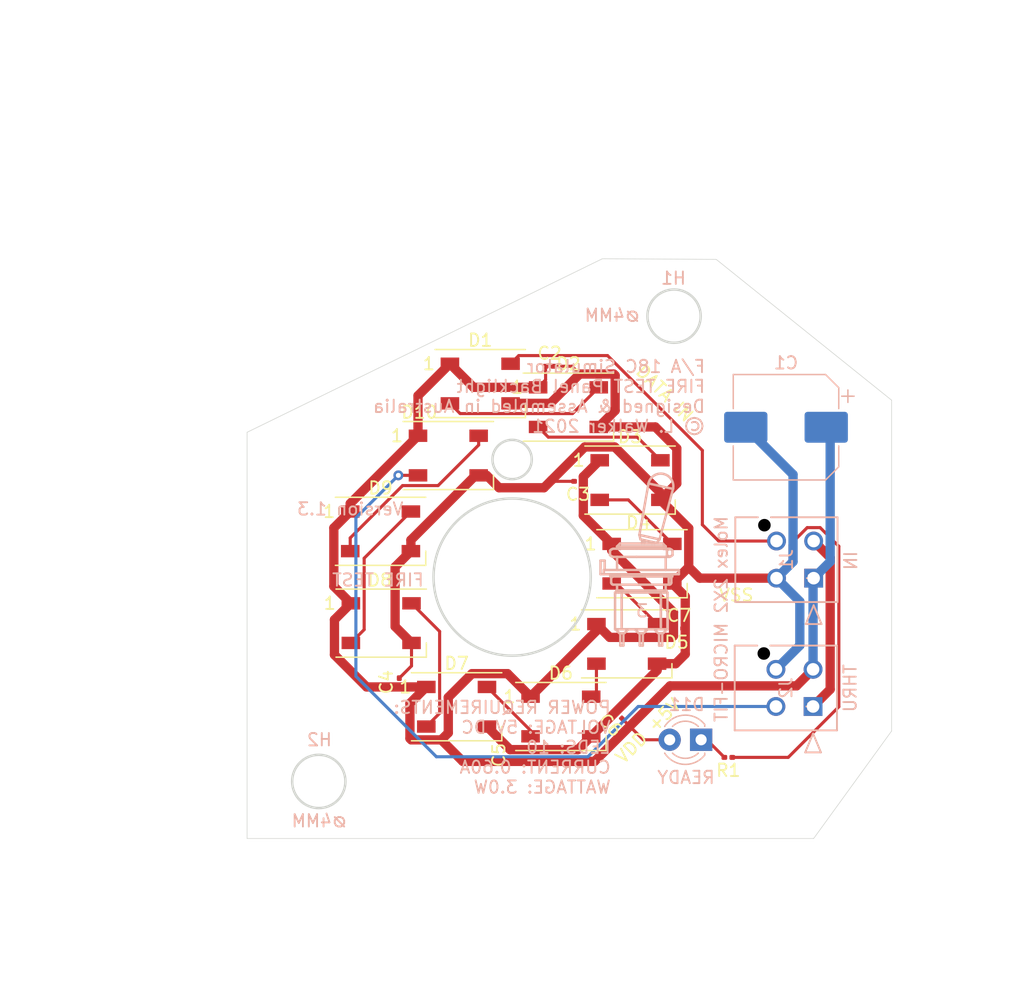
<source format=kicad_pcb>
(kicad_pcb (version 20171130) (host pcbnew "(5.1.6)-1")

  (general
    (thickness 1.6)
    (drawings 75)
    (tracks 157)
    (zones 0)
    (modules 22)
    (nets 16)
  )

  (page A4)
  (layers
    (0 F.Cu signal)
    (31 B.Cu signal)
    (32 B.Adhes user)
    (33 F.Adhes user)
    (34 B.Paste user hide)
    (35 F.Paste user hide)
    (36 B.SilkS user)
    (37 F.SilkS user)
    (38 B.Mask user)
    (39 F.Mask user)
    (40 Dwgs.User user)
    (41 Cmts.User user)
    (42 Eco1.User user)
    (43 Eco2.User user)
    (44 Edge.Cuts user)
    (45 Margin user)
    (46 B.CrtYd user)
    (47 F.CrtYd user)
    (48 B.Fab user)
    (49 F.Fab user)
  )

  (setup
    (last_trace_width 0.25)
    (user_trace_width 0.75)
    (trace_clearance 0.2)
    (zone_clearance 0.508)
    (zone_45_only no)
    (trace_min 0.2)
    (via_size 0.8)
    (via_drill 0.4)
    (via_min_size 0.4)
    (via_min_drill 0.3)
    (uvia_size 0.3)
    (uvia_drill 0.1)
    (uvias_allowed no)
    (uvia_min_size 0.2)
    (uvia_min_drill 0.1)
    (edge_width 0.05)
    (segment_width 0.2)
    (pcb_text_width 0.3)
    (pcb_text_size 1.5 1.5)
    (mod_edge_width 0.12)
    (mod_text_size 1 1)
    (mod_text_width 0.15)
    (pad_size 1.524 1.524)
    (pad_drill 0.762)
    (pad_to_mask_clearance 0.05)
    (aux_axis_origin 0 0)
    (visible_elements 7FFFFFFF)
    (pcbplotparams
      (layerselection 0x010fc_ffffffff)
      (usegerberextensions false)
      (usegerberattributes true)
      (usegerberadvancedattributes true)
      (creategerberjobfile true)
      (excludeedgelayer true)
      (linewidth 0.100000)
      (plotframeref false)
      (viasonmask false)
      (mode 1)
      (useauxorigin false)
      (hpglpennumber 1)
      (hpglpenspeed 20)
      (hpglpendiameter 15.000000)
      (psnegative false)
      (psa4output false)
      (plotreference true)
      (plotvalue true)
      (plotinvisibletext false)
      (padsonsilk false)
      (subtractmaskfromsilk false)
      (outputformat 1)
      (mirror false)
      (drillshape 1)
      (scaleselection 1)
      (outputdirectory ""))
  )

  (net 0 "")
  (net 1 "Net-(D1-Pad2)")
  (net 2 "Net-(D1-Pad4)")
  (net 3 "Net-(D2-Pad2)")
  (net 4 "Net-(D3-Pad2)")
  (net 5 "Net-(D4-Pad2)")
  (net 6 "Net-(D5-Pad2)")
  (net 7 "Net-(D6-Pad2)")
  (net 8 "Net-(D7-Pad2)")
  (net 9 "Net-(D8-Pad2)")
  (net 10 "Net-(D10-Pad4)")
  (net 11 "Net-(D10-Pad2)")
  (net 12 "Net-(J1-Pad2)")
  (net 13 /LEDGND)
  (net 14 /LED+5V)
  (net 15 "Net-(D11-Pad1)")

  (net_class Default "This is the default net class."
    (clearance 0.2)
    (trace_width 0.25)
    (via_dia 0.8)
    (via_drill 0.4)
    (uvia_dia 0.3)
    (uvia_drill 0.1)
    (add_net /LED+5V)
    (add_net /LEDGND)
    (add_net "Net-(D1-Pad2)")
    (add_net "Net-(D1-Pad4)")
    (add_net "Net-(D10-Pad2)")
    (add_net "Net-(D10-Pad4)")
    (add_net "Net-(D11-Pad1)")
    (add_net "Net-(D2-Pad2)")
    (add_net "Net-(D3-Pad2)")
    (add_net "Net-(D4-Pad2)")
    (add_net "Net-(D5-Pad2)")
    (add_net "Net-(D6-Pad2)")
    (add_net "Net-(D7-Pad2)")
    (add_net "Net-(D8-Pad2)")
    (add_net "Net-(J1-Pad2)")
  )

  (module footprints:Molex_MicroFit_2X2 (layer B.Cu) (tedit 5F952CF2) (tstamp 5F86FFCE)
    (at 158.854399 111.610399 270)
    (path /5FE4FDD0)
    (fp_text reference J2 (at -1.495006 2.199999 90) (layer B.SilkS)
      (effects (font (size 1 1) (thickness 0.15)) (justify mirror))
    )
    (fp_text value Conn_01x04_Female (at -1.495006 2.199999 90) (layer B.SilkS) hide
      (effects (font (size 1 1) (thickness 0.15)) (justify mirror))
    )
    (fp_line (start 3.199994 7.6) (end -6.190006 7.6) (layer B.CrtYd) (width 0.1524))
    (fp_line (start 3.199994 -3.2) (end 3.199994 7.6) (layer B.CrtYd) (width 0.1524))
    (fp_line (start -6.190006 -3.2) (end 3.199994 -3.2) (layer B.CrtYd) (width 0.1524))
    (fp_line (start -6.190006 7.6) (end -6.190006 -3.2) (layer B.CrtYd) (width 0.1524))
    (fp_line (start -4.920006 3.451456) (end -4.920006 -1.93) (layer B.SilkS) (width 0.1524))
    (fp_line (start -4.920006 6.33) (end -4.920006 -1.93) (layer B.Fab) (width 0.1524))
    (fp_line (start 1.929994 6.33) (end -4.920006 6.33) (layer B.Fab) (width 0.1524))
    (fp_line (start 1.929994 -1.93) (end 1.929994 6.33) (layer B.Fab) (width 0.1524))
    (fp_line (start -4.920006 -1.93) (end 1.929994 -1.93) (layer B.Fab) (width 0.1524))
    (fp_line (start -4.920006 6.33) (end -4.920006 4.508543) (layer B.SilkS) (width 0.1524))
    (fp_line (start 1.929994 6.33) (end -4.920006 6.33) (layer B.SilkS) (width 0.1524))
    (fp_line (start 1.929994 -1.93) (end 1.929994 6.33) (layer B.SilkS) (width 0.1524))
    (fp_line (start -4.920006 -1.93) (end 1.929994 -1.93) (layer B.SilkS) (width 0.1524))
    (fp_line (start 3.707993 -0.635) (end 2.183994 0) (layer B.Fab) (width 0.1524))
    (fp_line (start 3.707993 0.635) (end 3.707993 -0.635) (layer B.Fab) (width 0.1524))
    (fp_line (start 2.183994 0) (end 3.707993 0.635) (layer B.Fab) (width 0.1524))
    (fp_line (start 3.707993 -0.635) (end 2.183994 0) (layer B.SilkS) (width 0.1524))
    (fp_line (start 3.707993 0.635) (end 3.707993 -0.635) (layer B.SilkS) (width 0.1524))
    (fp_line (start 2.183994 0) (end 3.707993 0.635) (layer B.SilkS) (width 0.1524))
    (fp_text user * (at 0 0 90) (layer B.Fab)
      (effects (font (size 1 1) (thickness 0.15)) (justify mirror))
    )
    (fp_text user * (at 0 0 90) (layer B.SilkS)
      (effects (font (size 1 1) (thickness 0.15)) (justify mirror))
    )
    (fp_text user "Copyright 2016 Accelerated Designs. All rights reserved." (at 0 0 90) (layer Cmts.User)
      (effects (font (size 0.127 0.127) (thickness 0.002)))
    )
    (pad 5 np_thru_hole circle (at -4.279999 3.98 270) (size 1.02 1.02) (drill 1.016) (layers))
    (pad 4 thru_hole circle (at -2.999999 2.999999 270) (size 1.52 1.52) (drill 1.016) (layers *.Cu *.Mask)
      (net 13 /LEDGND))
    (pad 3 thru_hole circle (at 0 2.999999 180) (size 1.52 1.52) (drill 1.016) (layers *.Cu *.Mask)
      (net 11 "Net-(D10-Pad2)"))
    (pad 2 thru_hole circle (at -2.999999 0 270) (size 1.52 1.52) (drill 1.016) (layers *.Cu *.Mask)
      (net 14 /LED+5V))
    (pad 1 thru_hole rect (at 0 0 180) (size 1.52 1.52) (drill 1.016) (layers *.Cu *.Mask)
      (net 12 "Net-(J1-Pad2)"))
    (model C:/Users/lukew/Downloads/MOLEX_2068320402/2068320402.STEP
      (offset (xyz -1.5 2.25 3.5))
      (scale (xyz 1 1 1))
      (rotate (xyz 0 0 0))
    )
    (model C:/Users/lukew/Downloads/kicad-footprints-master/Connector_Molex.3dshapes/2068320402.STEP
      (offset (xyz -1.5 2.25 3.5))
      (scale (xyz 1 1 1))
      (rotate (xyz 0 0 0))
    )
  )

  (module footprints:Molex_MicroFit_2X2 (layer B.Cu) (tedit 5F952CF2) (tstamp 5F86FFA1)
    (at 158.9024 101.2444 270)
    (path /5FE4D2ED)
    (fp_text reference J1 (at -1.495006 2.199999 90) (layer B.SilkS)
      (effects (font (size 1 1) (thickness 0.15)) (justify mirror))
    )
    (fp_text value Conn_01x04_Female (at -1.495006 2.199999 90) (layer B.SilkS) hide
      (effects (font (size 1 1) (thickness 0.15)) (justify mirror))
    )
    (fp_line (start 3.199994 7.6) (end -6.190006 7.6) (layer B.CrtYd) (width 0.1524))
    (fp_line (start 3.199994 -3.2) (end 3.199994 7.6) (layer B.CrtYd) (width 0.1524))
    (fp_line (start -6.190006 -3.2) (end 3.199994 -3.2) (layer B.CrtYd) (width 0.1524))
    (fp_line (start -6.190006 7.6) (end -6.190006 -3.2) (layer B.CrtYd) (width 0.1524))
    (fp_line (start -4.920006 3.451456) (end -4.920006 -1.93) (layer B.SilkS) (width 0.1524))
    (fp_line (start -4.920006 6.33) (end -4.920006 -1.93) (layer B.Fab) (width 0.1524))
    (fp_line (start 1.929994 6.33) (end -4.920006 6.33) (layer B.Fab) (width 0.1524))
    (fp_line (start 1.929994 -1.93) (end 1.929994 6.33) (layer B.Fab) (width 0.1524))
    (fp_line (start -4.920006 -1.93) (end 1.929994 -1.93) (layer B.Fab) (width 0.1524))
    (fp_line (start -4.920006 6.33) (end -4.920006 4.508543) (layer B.SilkS) (width 0.1524))
    (fp_line (start 1.929994 6.33) (end -4.920006 6.33) (layer B.SilkS) (width 0.1524))
    (fp_line (start 1.929994 -1.93) (end 1.929994 6.33) (layer B.SilkS) (width 0.1524))
    (fp_line (start -4.920006 -1.93) (end 1.929994 -1.93) (layer B.SilkS) (width 0.1524))
    (fp_line (start 3.707993 -0.635) (end 2.183994 0) (layer B.Fab) (width 0.1524))
    (fp_line (start 3.707993 0.635) (end 3.707993 -0.635) (layer B.Fab) (width 0.1524))
    (fp_line (start 2.183994 0) (end 3.707993 0.635) (layer B.Fab) (width 0.1524))
    (fp_line (start 3.707993 -0.635) (end 2.183994 0) (layer B.SilkS) (width 0.1524))
    (fp_line (start 3.707993 0.635) (end 3.707993 -0.635) (layer B.SilkS) (width 0.1524))
    (fp_line (start 2.183994 0) (end 3.707993 0.635) (layer B.SilkS) (width 0.1524))
    (fp_text user * (at 0 0 90) (layer B.Fab)
      (effects (font (size 1 1) (thickness 0.15)) (justify mirror))
    )
    (fp_text user * (at 0 0 90) (layer B.SilkS)
      (effects (font (size 1 1) (thickness 0.15)) (justify mirror))
    )
    (fp_text user "Copyright 2016 Accelerated Designs. All rights reserved." (at 0 0 90) (layer Cmts.User)
      (effects (font (size 0.127 0.127) (thickness 0.002)))
    )
    (pad 5 np_thru_hole circle (at -4.279999 3.98 270) (size 1.02 1.02) (drill 1.016) (layers))
    (pad 4 thru_hole circle (at -2.999999 2.999999 270) (size 1.52 1.52) (drill 1.016) (layers *.Cu *.Mask)
      (net 2 "Net-(D1-Pad4)"))
    (pad 3 thru_hole circle (at 0 2.999999 180) (size 1.52 1.52) (drill 1.016) (layers *.Cu *.Mask)
      (net 13 /LEDGND))
    (pad 2 thru_hole circle (at -2.999999 0 270) (size 1.52 1.52) (drill 1.016) (layers *.Cu *.Mask)
      (net 12 "Net-(J1-Pad2)"))
    (pad 1 thru_hole rect (at 0 0 180) (size 1.52 1.52) (drill 1.016) (layers *.Cu *.Mask)
      (net 14 /LED+5V))
    (model C:/Users/lukew/Downloads/MOLEX_2068320402/2068320402.STEP
      (offset (xyz -1.5 2.25 3.5))
      (scale (xyz 1 1 1))
      (rotate (xyz 0 0 0))
    )
    (model C:/Users/lukew/Downloads/kicad-footprints-master/Connector_Molex.3dshapes/2068320402.STEP
      (offset (xyz -1.5 2.25 3.5))
      (scale (xyz 1 1 1))
      (rotate (xyz 0 0 0))
    )
  )

  (module "Kicad Footprint Files:100SpxToggle" (layer F.Cu) (tedit 5F91AD79) (tstamp 5F97A287)
    (at 145.4912 101.092)
    (fp_text reference G*** (at 0 0) (layer F.SilkS) hide
      (effects (font (size 1.524 1.524) (thickness 0.3)))
    )
    (fp_text value LOGO (at 0.75 0) (layer F.SilkS) hide
      (effects (font (size 1.524 1.524) (thickness 0.3)))
    )
    (fp_line (start -3.81 -1.27) (end -3.81 -0.169333) (layer B.SilkS) (width 0.2))
    (fp_line (start -2.949532 0.171014) (end -2.949532 0.523253) (layer B.SilkS) (width 0.2))
    (fp_line (start -3.543901 -0.169333) (end 2.523067 -0.169333) (layer B.SilkS) (width 0.2))
    (fp_line (start 1.753616 0.677334) (end -0.69854 0.677334) (layer B.SilkS) (width 0.2))
    (fp_line (start -3.543901 -0.508) (end -3.543901 -0.169333) (layer B.SilkS) (width 0.2))
    (fp_line (start -3.543901 -0.508) (end 2.523067 -0.508) (layer B.SilkS) (width 0.2))
    (fp_line (start -3.471333 -1.27) (end -3.471333 -0.508) (layer B.SilkS) (width 0.2))
    (fp_line (start 1.916598 0.171014) (end 1.916598 0.523253) (layer B.SilkS) (width 0.2))
    (fp_line (start -3.81 -1.27) (end -3.471333 -1.27) (layer B.SilkS) (width 0.2))
    (fp_line (start -3.026833 0.016934) (end 1.9939 0.016934) (layer B.SilkS) (width 0.2))
    (fp_line (start -0.69854 0.677334) (end -2.786549 0.677334) (layer B.SilkS) (width 0.2))
    (fp_curve (pts (xy 1.727824 0.578864) (xy 1.718717 0.562216) (xy 1.709644 0.542735) (xy 1.700572 0.523253)) (layer B.SilkS) (width 0.2))
    (fp_line (start -3.81 -0.169333) (end -3.543901 -0.169333) (layer B.SilkS) (width 0.2))
    (fp_line (start 1.753616 0.677334) (end 1.823639 0.651847) (layer B.SilkS) (width 0.2))
    (fp_line (start 1.9939 0.016934) (end 1.9939 -0.169333) (layer B.SilkS) (width 0.2))
    (fp_line (start -3.026833 -0.169333) (end -3.026833 0.016934) (layer B.SilkS) (width 0.2))
    (fp_line (start 2.523067 -0.169333) (end 2.523067 -0.508) (layer B.SilkS) (width 0.2))
    (fp_line (start 1.523533 1.313267) (end 1.523533 1.143267) (layer B.SilkS) (width 0.2))
    (fp_line (start -1.556467 4.2766) (end -1.850748 4.570881) (layer B.SilkS) (width 0.2))
    (fp_line (start -2.315519 4.570881) (end -2.6098 4.2766) (layer B.SilkS) (width 0.2))
    (fp_line (start -2.221238 4.609934) (end -1.945029 4.609934) (layer B.SilkS) (width 0.2))
    (fp_line (start -1.956467 4.609934) (end -1.956467 5.329934) (layer B.SilkS) (width 0.2))
    (fp_line (start -2.786549 0.016934) (end -2.856572 0.04242) (layer B.SilkS) (width 0.2))
    (fp_line (start 1.458533 -2.226733) (end 1.458533 -2.4134) (layer B.SilkS) (width 0.2))
    (fp_line (start 0.724556 -2.69114) (end 0.959418 -2.980499) (layer B.SilkS) (width 0.2))
    (fp_line (start 0.544737 -2.650066) (end 0.56184 -2.727214) (layer B.SilkS) (width 0.2))
    (fp_line (start -2.882441 -1.601235) (end -2.786549 -1.566333) (layer B.SilkS) (width 0.2))
    (fp_line (start 1.458533 1.143267) (end 1.458533 0.677334) (layer B.SilkS) (width 0.2))
    (fp_line (start 0.067912 -7.498894) (end -0.667742 -3.341232) (layer B.SilkS) (width 0.2))
    (fp_line (start -0.414456 -2.943653) (end -0.479543 -2.650066) (layer B.SilkS) (width 0.2))
    (fp_line (start -2.786549 -2.226733) (end -2.882441 -2.191832) (layer B.SilkS) (width 0.2))
    (fp_line (start 1.753616 -1.566333) (end 1.849507 -1.601235) (layer B.SilkS) (width 0.2))
    (fp_line (start 1.823639 0.04242) (end 1.753616 0.016934) (layer B.SilkS) (width 0.2))
    (fp_line (start -2.856572 0.651847) (end -2.786549 0.677334) (layer B.SilkS) (width 0.2))
    (fp_line (start 1.458533 -0.508) (end 1.458533 -1.566333) (layer B.SilkS) (width 0.2))
    (fp_line (start 1.458533 -2.4134) (end 1.221867 -2.650066) (layer B.SilkS) (width 0.2))
    (fp_line (start 0.959418 -2.980499) (end 2.049793 -7.059521) (layer B.SilkS) (width 0.2))
    (fp_line (start -0.667742 -3.341232) (end -0.577172 -2.979727) (layer B.SilkS) (width 0.2))
    (fp_line (start 1.849507 -2.191832) (end 1.753616 -2.226733) (layer B.SilkS) (width 0.2))
    (fp_line (start -0.3898 4.609934) (end -0.3898 5.329934) (layer B.SilkS) (width 0.2))
    (fp_line (start -0.3898 5.329934) (end -0.3898 5.5966) (layer B.SilkS) (width 0.2))
    (fp_line (start -2.2098 5.329934) (end -2.2098 4.609934) (layer B.SilkS) (width 0.2))
    (fp_line (start -2.633133 4.2766) (end -2.633133 1.483267) (layer B.SilkS) (width 0.2))
    (fp_line (start -0.654572 4.609934) (end -0.378362 4.609934) (layer B.SilkS) (width 0.2))
    (fp_line (start -1.001031 4.2766) (end -1.043133 4.2766) (layer B.SilkS) (width 0.2))
    (fp_line (start -2.472228 0.677334) (end -2.472228 1.143267) (layer B.SilkS) (width 0.2))
    (fp_line (start 0.923533 5.329934) (end 0.923533 4.609934) (layer B.SilkS) (width 0.2))
    (fp_line (start 0.923533 5.5966) (end 1.176867 5.5966) (layer B.SilkS) (width 0.2))
    (fp_line (start 2.049793 -7.059521) (end 0.067912 -7.498894) (layer B.SilkS) (width 0.2))
    (fp_line (start -2.2098 5.5966) (end -1.956467 5.5966) (layer B.SilkS) (width 0.2))
    (fp_line (start -0.577172 -2.979727) (end 0.724556 -2.69114) (layer B.SilkS) (width 0.2))
    (fp_line (start 0.5002 4.2766) (end 0.438385 4.2766) (layer B.SilkS) (width 0.2))
    (fp_line (start -1.533133 4.2766) (end -1.471318 4.2766) (layer B.SilkS) (width 0.2))
    (fp_line (start 0.0102 4.2766) (end 0.438385 4.2766) (layer B.SilkS) (width 0.2))
    (fp_line (start -1.471318 4.2766) (end -1.043133 4.2766) (layer B.SilkS) (width 0.2))
    (fp_line (start 1.066867 4.043267) (end 1.066867 1.5666) (layer B.SilkS) (width 0.2))
    (fp_line (start 1.066867 4.2766) (end 1.6002 4.2766) (layer B.SilkS) (width 0.2))
    (fp_line (start -2.2098 5.5966) (end -2.2098 5.329934) (layer B.SilkS) (width 0.2))
    (fp_line (start 0.0102 4.2766) (end -0.284081 4.570881) (layer B.SilkS) (width 0.2))
    (fp_line (start -1.956467 5.329934) (end -1.956467 5.5966) (layer B.SilkS) (width 0.2))
    (fp_line (start -0.748853 4.570881) (end -1.043133 4.2766) (layer B.SilkS) (width 0.2))
    (fp_line (start 1.576867 4.2766) (end 1.282586 4.570881) (layer B.SilkS) (width 0.2))
    (fp_line (start 0.923533 5.5966) (end 0.923533 5.329934) (layer B.SilkS) (width 0.2))
    (fp_line (start -2.537846 1.143267) (end 1.523533 1.143267) (layer B.SilkS) (width 0.2))
    (fp_line (start 0.339881 -2.650066) (end 0.366581 -2.770502) (layer B.SilkS) (width 0.2))
    (fp_line (start -2.633133 4.2766) (end -2.0998 4.2766) (layer B.SilkS) (width 0.2))
    (fp_line (start -0.643133 5.5966) (end -0.643133 5.329934) (layer B.SilkS) (width 0.2))
    (fp_line (start -2.472228 -1.566333) (end -2.472228 -0.508) (layer B.SilkS) (width 0.2))
    (fp_line (start 1.066867 4.2766) (end 1.066867 1.483267) (layer B.SilkS) (width 0.2))
    (fp_line (start 1.6002 4.2766) (end 1.6002 1.483267) (layer B.SilkS) (width 0.2))
    (fp_line (start -2.0998 4.043267) (end -2.0998 1.5666) (layer B.SilkS) (width 0.2))
    (fp_line (start -2.0998 1.313267) (end -2.0998 1.483267) (layer B.SilkS) (width 0.2))
    (fp_line (start -2.633133 1.483267) (end -2.633133 1.313267) (layer B.SilkS) (width 0.2))
    (fp_line (start 0.5002 4.2766) (end 1.066867 4.2766) (layer B.SilkS) (width 0.2))
    (fp_line (start -2.537846 1.313267) (end -2.537846 1.143267) (layer B.SilkS) (width 0.2))
    (fp_line (start -0.031903 4.2766) (end -0.083133 4.2766) (layer B.SilkS) (width 0.2))
    (fp_line (start -2.352087 1.313267) (end -2.633133 1.313267) (layer B.SilkS) (width 0.2))
    (fp_line (start -2.0998 1.483267) (end -2.0998 4.2766) (layer B.SilkS) (width 0.2))
    (fp_line (start 1.6002 1.483267) (end 1.6002 1.313267) (layer B.SilkS) (width 0.2))
    (fp_line (start 1.066867 1.483267) (end 1.066867 1.313267) (layer B.SilkS) (width 0.2))
    (fp_line (start -0.9498 4.2766) (end -0.083133 4.2766) (layer B.SilkS) (width 0.2))
    (fp_line (start 1.6002 1.313267) (end 1.319153 1.313267) (layer B.SilkS) (width 0.2))
    (fp_line (start -0.643133 5.329934) (end -0.643133 4.609934) (layer B.SilkS) (width 0.2))
    (fp_line (start 0.912095 4.609934) (end 1.188305 4.609934) (layer B.SilkS) (width 0.2))
    (fp_line (start -0.667742 -3.341232) (end 0.959418 -2.980499) (layer B.SilkS) (width 0.2))
    (fp_line (start 0.817814 4.570881) (end 0.523533 4.2766) (layer B.SilkS) (width 0.2))
    (fp_line (start -0.219197 -2.900365) (end -0.274687 -2.650066) (layer B.SilkS) (width 0.2))
    (fp_line (start 1.557655 -2.072652) (end 1.557655 -1.720414) (layer B.SilkS) (width 0.2))
    (fp_line (start 1.221867 -2.650066) (end -2.23291 -2.650066) (layer B.SilkS) (width 0.2))
    (fp_line (start -0.643133 5.5966) (end -0.3898 5.5966) (layer B.SilkS) (width 0.2))
    (fp_line (start -1.001031 4.2766) (end -0.9498 4.2766) (layer B.SilkS) (width 0.2))
    (fp_line (start -2.352087 1.313267) (end 1.319153 1.313267) (layer B.SilkS) (width 0.2))
    (fp_line (start 1.176867 5.329934) (end 1.176867 5.5966) (layer B.SilkS) (width 0.2))
    (fp_line (start -2.472228 -2.4134) (end -2.472228 -2.226733) (layer B.SilkS) (width 0.2))
    (fp_line (start 1.458533 -2.4134) (end -2.472228 -2.4134) (layer B.SilkS) (width 0.2))
    (fp_line (start 1.176867 4.609934) (end 1.176867 5.329934) (layer B.SilkS) (width 0.2))
    (fp_line (start -2.472228 -2.4134) (end -2.23291 -2.650066) (layer B.SilkS) (width 0.2))
    (fp_line (start 0.0102 4.2766) (end -0.031903 4.2766) (layer B.SilkS) (width 0.2))
    (fp_line (start -2.0998 4.2766) (end -1.533133 4.2766) (layer B.SilkS) (width 0.2))
    (fp_curve (pts (xy 1.700572 0.171014) (xy 1.709644 0.151533) (xy 1.718717 0.132051) (xy 1.727824 0.115403)) (layer B.SilkS) (width 0.2))
    (fp_curve (pts (xy -2.984711 -2.128263) (xy -3.003722 -2.111288) (xy -3.022664 -2.09197) (xy -3.041607 -2.072652)) (layer B.SilkS) (width 0.2))
    (fp_curve (pts (xy -2.890945 0.069104) (xy -2.90142 0.081972) (xy -2.911873 0.096627) (xy -2.92228 0.115403)) (layer B.SilkS) (width 0.2))
    (fp_line (start 1.753616 -1.566333) (end -0.896597 -1.566333) (layer B.SilkS) (width 0.2))
    (fp_curve (pts (xy 1.811612 -1.591324) (xy 1.789665 -1.587884) (xy 1.767698 -1.588627) (xy 1.745757 -1.593287)) (layer B.SilkS) (width 0.2))
    (fp_curve (pts (xy 1.882592 0.103851) (xy 1.893027 0.121187) (xy 1.903429 0.141594) (xy 1.91379 0.164705)) (layer B.SilkS) (width 0.2))
    (fp_curve (pts (xy 1.851183 0.0616) (xy 1.86168 0.072238) (xy 1.872153 0.086508) (xy 1.882592 0.103851)) (layer B.SilkS) (width 0.2))
    (fp_curve (pts (xy -2.861135 0.649649) (xy -2.859609 0.64995) (xy -2.858082 0.650057) (xy -2.856556 0.650164)) (layer B.SilkS) (width 0.2))
    (fp_curve (pts (xy 1.872099 -2.182066) (xy 1.894016 -2.171428) (xy 1.91588 -2.157159) (xy 1.937675 -2.139815)) (layer B.SilkS) (width 0.2))
    (fp_curve (pts (xy 1.916598 0.523253) (xy 1.915662 0.525363) (xy 1.914726 0.527474) (xy 1.91379 0.529563)) (layer B.SilkS) (width 0.2))
    (fp_curve (pts (xy 1.557655 -2.072652) (xy 1.576597 -2.092134) (xy 1.595538 -2.111616) (xy 1.614552 -2.128263)) (layer B.SilkS) (width 0.2))
    (fp_curve (pts (xy 1.758313 0.070057) (xy 1.768512 0.058221) (xy 1.778734 0.049566) (xy 1.788969 0.044619)) (layer B.SilkS) (width 0.2))
    (fp_curve (pts (xy 1.91379 0.529563) (xy 1.903707 0.552052) (xy 1.893587 0.571987) (xy 1.883434 0.589026)) (layer B.SilkS) (width 0.2))
    (fp_curve (pts (xy 1.875638 -1.612713) (xy 1.854336 -1.601988) (xy 1.832983 -1.594674) (xy 1.811612 -1.591324)) (layer B.SilkS) (width 0.2))
    (fp_curve (pts (xy -2.92228 0.115403) (xy -2.931388 0.131835) (xy -2.94046 0.151425) (xy -2.949532 0.171014)) (layer B.SilkS) (width 0.2))
    (fp_curve (pts (xy 1.883434 0.589026) (xy 1.873278 0.606072) (xy 1.86309 0.620221) (xy 1.852878 0.630954)) (layer B.SilkS) (width 0.2))
    (fp_line (start 1.753616 -2.226733) (end -0.896597 -2.226733) (layer B.SilkS) (width 0.2))
    (fp_curve (pts (xy 1.937675 -2.139815) (xy 1.959461 -2.12248) (xy 1.981178 -2.102073) (xy 2.00281 -2.078962)) (layer B.SilkS) (width 0.2))
    (fp_curve (pts (xy -2.891791 0.62421) (xy -2.881593 0.63683) (xy -2.871374 0.647624) (xy -2.861135 0.649649)) (layer B.SilkS) (width 0.2))
    (fp_curve (pts (xy 1.822211 0.652343) (xy 1.811699 0.655782) (xy 1.801177 0.65504) (xy 1.790668 0.65038)) (layer B.SilkS) (width 0.2))
    (fp_curve (pts (xy 1.788969 0.044619) (xy 1.799194 0.039676) (xy 1.809432 0.038434) (xy 1.819663 0.041163)) (layer B.SilkS) (width 0.2))
    (fp_curve (pts (xy -2.859436 0.043888) (xy -2.869959 0.045141) (xy -2.880463 0.056228) (xy -2.890945 0.069104)) (layer B.SilkS) (width 0.2))
    (fp_curve (pts (xy 1.727824 0.115403) (xy 1.73795 0.096892) (xy 1.74812 0.081886) (xy 1.758313 0.070057)) (layer B.SilkS) (width 0.2))
    (fp_curve (pts (xy -2.92228 0.578864) (xy -2.912153 0.597161) (xy -2.901983 0.611598) (xy -2.891791 0.62421)) (layer B.SilkS) (width 0.2))
    (fp_curve (pts (xy 1.852878 0.630954) (xy 1.842674 0.641678) (xy 1.832447 0.648993) (xy 1.822211 0.652343)) (layer B.SilkS) (width 0.2))
    (fp_curve (pts (xy 1.806292 -2.202504) (xy 1.828256 -2.199698) (xy 1.850203 -2.192695) (xy 1.872099 -2.182066)) (layer B.SilkS) (width 0.2))
    (fp_curve (pts (xy 1.939434 -1.654641) (xy 1.918229 -1.637594) (xy 1.896959 -1.623446) (xy 1.875638 -1.612713)) (layer B.SilkS) (width 0.2))
    (fp_curve (pts (xy 1.678207 -2.17361) (xy 1.6995 -2.185446) (xy 1.720842 -2.194101) (xy 1.74221 -2.199048)) (layer B.SilkS) (width 0.2))
    (fp_curve (pts (xy 2.00281 -2.078962) (xy 2.004765 -2.076873) (xy 2.006719 -2.074763) (xy 2.008674 -2.072652)) (layer B.SilkS) (width 0.2))
    (fp_line (start 1.700572 0.171014) (end 1.700572 0.523253) (layer B.SilkS) (width 0.2))
    (fp_line (start -3.041607 -2.072652) (end -3.041607 -1.720414) (layer B.SilkS) (width 0.2))
    (fp_curve (pts (xy -2.949532 0.523253) (xy -2.94046 0.542831) (xy -2.931388 0.562409) (xy -2.92228 0.578864)) (layer B.SilkS) (width 0.2))
    (fp_curve (pts (xy 1.819663 0.041163) (xy 1.830183 0.043969) (xy 1.840695 0.050972) (xy 1.851183 0.0616)) (layer B.SilkS) (width 0.2))
    (fp_curve (pts (xy 2.008674 -1.720414) (xy 2.006719 -1.718303) (xy 2.004765 -1.716193) (xy 2.00281 -1.714104)) (layer B.SilkS) (width 0.2))
    (fp_curve (pts (xy 1.790668 0.65038) (xy 1.780149 0.645715) (xy 1.769642 0.637125) (xy 1.759159 0.625163)) (layer B.SilkS) (width 0.2))
    (fp_curve (pts (xy 1.759159 0.625163) (xy 1.748682 0.613208) (xy 1.73823 0.597887) (xy 1.727824 0.578864)) (layer B.SilkS) (width 0.2))
    (fp_curve (pts (xy -2.882349 -2.188723) (xy -2.894671 -2.18461) (xy -2.906992 -2.180498) (xy -2.91929 -2.174562)) (layer B.SilkS) (width 0.2))
    (fp_curve (pts (xy 1.614552 -1.664803) (xy 1.595538 -1.68145) (xy 1.576597 -1.700932) (xy 1.557655 -1.720414)) (layer B.SilkS) (width 0.2))
    (fp_curve (pts (xy -2.984711 -1.664803) (xy -2.963572 -1.645959) (xy -2.942349 -1.630064) (xy -2.921056 -1.619456)) (layer B.SilkS) (width 0.2))
    (fp_curve (pts (xy -2.921056 -1.619456) (xy -2.90817 -1.613037) (xy -2.895259 -1.608554) (xy -2.882347 -1.604071)) (layer B.SilkS) (width 0.2))
    (fp_curve (pts (xy 1.74221 -2.199048) (xy 1.763558 -2.203991) (xy 1.784932 -2.205232) (xy 1.806292 -2.202504)) (layer B.SilkS) (width 0.2))
    (fp_curve (pts (xy 1.91379 0.164705) (xy 1.914726 0.166793) (xy 1.915662 0.168904) (xy 1.916598 0.171014)) (layer B.SilkS) (width 0.2))
    (fp_curve (pts (xy -2.856556 0.043708) (xy -2.857516 0.043741) (xy -2.858476 0.043773) (xy -2.859436 0.043888)) (layer B.SilkS) (width 0.2))
    (fp_curve (pts (xy 1.614552 -2.128263) (xy 1.635694 -2.146774) (xy 1.656926 -2.161781) (xy 1.678207 -2.17361)) (layer B.SilkS) (width 0.2))
    (fp_curve (pts (xy -3.041607 -1.720414) (xy -3.022665 -1.701082) (xy -3.003722 -1.68175) (xy -2.984711 -1.664803)) (layer B.SilkS) (width 0.2))
    (fp_line (start -0.896597 -2.226733) (end -2.786549 -2.226733) (layer B.SilkS) (width 0.2))
    (fp_curve (pts (xy 2.00281 -1.714104) (xy 1.98176 -1.691615) (xy 1.96063 -1.67168) (xy 1.939434 -1.654641)) (layer B.SilkS) (width 0.2))
    (fp_curve (pts (xy 1.745757 -1.593287) (xy 1.723795 -1.597952) (xy 1.701859 -1.606542) (xy 1.679972 -1.618504)) (layer B.SilkS) (width 0.2))
    (fp_curve (pts (xy 1.679972 -1.618504) (xy 1.6581 -1.630458) (xy 1.636278 -1.64578) (xy 1.614552 -1.664803)) (layer B.SilkS) (width 0.2))
    (fp_line (start 2.008674 -2.072652) (end 2.008674 -1.720414) (layer B.SilkS) (width 0.2))
    (fp_curve (pts (xy -2.91929 -2.174562) (xy -2.941177 -2.163999) (xy -2.962988 -2.147661) (xy -2.984711 -2.128263)) (layer B.SilkS) (width 0.2))
    (fp_line (start -0.896597 -1.566333) (end -2.786549 -1.566333) (layer B.SilkS) (width 0.2))
    (fp_arc (start 0.912095 4.4766) (end 0.817814 4.570881) (angle -45) (layer B.SilkS) (width 0.2))
    (fp_arc (start -0.378362 4.4766) (end -0.378362 4.609934) (angle -45) (layer B.SilkS) (width 0.2))
    (fp_arc (start -0.654572 4.4766) (end -0.748853 4.570881) (angle -45) (layer B.SilkS) (width 0.2))
    (fp_arc (start 1.188305 4.4766) (end 1.188305 4.609934) (angle -45) (layer B.SilkS) (width 0.2))
    (fp_arc (start 1.058853 -7.279207) (end 2.049793 -7.059521) (angle -180) (layer B.SilkS) (width 0.2))
    (fp_arc (start -2.221238 4.4766) (end -2.315519 4.570881) (angle -45) (layer B.SilkS) (width 0.2))
    (fp_arc (start -1.945029 4.4766) (end -1.945029 4.609934) (angle -45) (layer B.SilkS) (width 0.2))
  )

  (module Resistor_SMD:R_0201_0603Metric (layer F.Cu) (tedit 5F68FEEE) (tstamp 5F979772)
    (at 152.0088 115.7224 180)
    (descr "Resistor SMD 0201 (0603 Metric), square (rectangular) end terminal, IPC_7351 nominal, (Body size source: https://www.vishay.com/docs/20052/crcw0201e3.pdf), generated with kicad-footprint-generator")
    (tags resistor)
    (path /5FDB2BB9)
    (attr smd)
    (fp_text reference R1 (at 0 -1.05) (layer F.SilkS)
      (effects (font (size 1 1) (thickness 0.15)))
    )
    (fp_text value R (at 0 1.05) (layer F.Fab)
      (effects (font (size 1 1) (thickness 0.15)))
    )
    (fp_line (start -0.3 0.15) (end -0.3 -0.15) (layer F.Fab) (width 0.1))
    (fp_line (start -0.3 -0.15) (end 0.3 -0.15) (layer F.Fab) (width 0.1))
    (fp_line (start 0.3 -0.15) (end 0.3 0.15) (layer F.Fab) (width 0.1))
    (fp_line (start 0.3 0.15) (end -0.3 0.15) (layer F.Fab) (width 0.1))
    (fp_line (start -0.7 0.35) (end -0.7 -0.35) (layer F.CrtYd) (width 0.05))
    (fp_line (start -0.7 -0.35) (end 0.7 -0.35) (layer F.CrtYd) (width 0.05))
    (fp_line (start 0.7 -0.35) (end 0.7 0.35) (layer F.CrtYd) (width 0.05))
    (fp_line (start 0.7 0.35) (end -0.7 0.35) (layer F.CrtYd) (width 0.05))
    (fp_text user %R (at 0 -0.68) (layer F.Fab)
      (effects (font (size 0.25 0.25) (thickness 0.04)))
    )
    (pad 2 smd roundrect (at 0.32 0 180) (size 0.46 0.4) (layers F.Cu F.Mask) (roundrect_rratio 0.25)
      (net 15 "Net-(D11-Pad1)"))
    (pad 1 smd roundrect (at -0.32 0 180) (size 0.46 0.4) (layers F.Cu F.Mask) (roundrect_rratio 0.25)
      (net 13 /LEDGND))
    (pad "" smd roundrect (at 0.345 0 180) (size 0.318 0.36) (layers F.Paste) (roundrect_rratio 0.25))
    (pad "" smd roundrect (at -0.345 0 180) (size 0.318 0.36) (layers F.Paste) (roundrect_rratio 0.25))
    (model ${KISYS3DMOD}/Resistor_SMD.3dshapes/R_0201_0603Metric.wrl
      (at (xyz 0 0 0))
      (scale (xyz 1 1 1))
      (rotate (xyz 0 0 0))
    )
  )

  (module LED_THT:LED_D3.0mm (layer B.Cu) (tedit 587A3A7B) (tstamp 5F9796E9)
    (at 149.8092 114.3 180)
    (descr "LED, diameter 3.0mm, 2 pins")
    (tags "LED diameter 3.0mm 2 pins")
    (path /5FDB10D1)
    (fp_text reference D11 (at 1.1684 2.8448) (layer B.SilkS)
      (effects (font (size 1 1) (thickness 0.15)) (justify mirror))
    )
    (fp_text value LED (at 1.27 -2.96) (layer B.Fab)
      (effects (font (size 1 1) (thickness 0.15)) (justify mirror))
    )
    (fp_circle (center 1.27 0) (end 2.77 0) (layer B.Fab) (width 0.1))
    (fp_line (start -0.23 1.16619) (end -0.23 -1.16619) (layer B.Fab) (width 0.1))
    (fp_line (start -0.29 1.236) (end -0.29 1.08) (layer B.SilkS) (width 0.12))
    (fp_line (start -0.29 -1.08) (end -0.29 -1.236) (layer B.SilkS) (width 0.12))
    (fp_line (start -1.15 2.25) (end -1.15 -2.25) (layer B.CrtYd) (width 0.05))
    (fp_line (start -1.15 -2.25) (end 3.7 -2.25) (layer B.CrtYd) (width 0.05))
    (fp_line (start 3.7 -2.25) (end 3.7 2.25) (layer B.CrtYd) (width 0.05))
    (fp_line (start 3.7 2.25) (end -1.15 2.25) (layer B.CrtYd) (width 0.05))
    (fp_arc (start 1.27 0) (end 0.229039 -1.08) (angle 87.9) (layer B.SilkS) (width 0.12))
    (fp_arc (start 1.27 0) (end 0.229039 1.08) (angle -87.9) (layer B.SilkS) (width 0.12))
    (fp_arc (start 1.27 0) (end -0.29 -1.235516) (angle 108.8) (layer B.SilkS) (width 0.12))
    (fp_arc (start 1.27 0) (end -0.29 1.235516) (angle -108.8) (layer B.SilkS) (width 0.12))
    (fp_arc (start 1.27 0) (end -0.23 1.16619) (angle -284.3) (layer B.Fab) (width 0.1))
    (pad 2 thru_hole circle (at 2.54 0 180) (size 1.8 1.8) (drill 0.9) (layers *.Cu *.Mask)
      (net 14 /LED+5V))
    (pad 1 thru_hole rect (at 0 0 180) (size 1.8 1.8) (drill 0.9) (layers *.Cu *.Mask)
      (net 15 "Net-(D11-Pad1)"))
    (model ${KISYS3DMOD}/LED_THT.3dshapes/LED_D3.0mm.wrl
      (at (xyz 0 0 0))
      (scale (xyz 1 1 1))
      (rotate (xyz 0 0 0))
    )
  )

  (module Capacitor_SMD:C_0201_0603Metric (layer F.Cu) (tedit 5F68FEEE) (tstamp 5F9794FC)
    (at 148.0312 105.3084)
    (descr "Capacitor SMD 0201 (0603 Metric), square (rectangular) end terminal, IPC_7351 nominal, (Body size source: https://www.vishay.com/docs/20052/crcw0201e3.pdf), generated with kicad-footprint-generator")
    (tags capacitor)
    (path /5FDAAA39)
    (attr smd)
    (fp_text reference C7 (at 0 -1.05) (layer F.SilkS)
      (effects (font (size 1 1) (thickness 0.15)))
    )
    (fp_text value C (at 0 1.05) (layer F.Fab)
      (effects (font (size 1 1) (thickness 0.15)))
    )
    (fp_line (start -0.3 0.15) (end -0.3 -0.15) (layer F.Fab) (width 0.1))
    (fp_line (start -0.3 -0.15) (end 0.3 -0.15) (layer F.Fab) (width 0.1))
    (fp_line (start 0.3 -0.15) (end 0.3 0.15) (layer F.Fab) (width 0.1))
    (fp_line (start 0.3 0.15) (end -0.3 0.15) (layer F.Fab) (width 0.1))
    (fp_line (start -0.7 0.35) (end -0.7 -0.35) (layer F.CrtYd) (width 0.05))
    (fp_line (start -0.7 -0.35) (end 0.7 -0.35) (layer F.CrtYd) (width 0.05))
    (fp_line (start 0.7 -0.35) (end 0.7 0.35) (layer F.CrtYd) (width 0.05))
    (fp_line (start 0.7 0.35) (end -0.7 0.35) (layer F.CrtYd) (width 0.05))
    (fp_text user %R (at 0 -0.68) (layer F.Fab)
      (effects (font (size 0.25 0.25) (thickness 0.04)))
    )
    (pad 2 smd roundrect (at 0.32 0) (size 0.46 0.4) (layers F.Cu F.Mask) (roundrect_rratio 0.25)
      (net 13 /LEDGND))
    (pad 1 smd roundrect (at -0.32 0) (size 0.46 0.4) (layers F.Cu F.Mask) (roundrect_rratio 0.25)
      (net 14 /LED+5V))
    (pad "" smd roundrect (at 0.345 0) (size 0.318 0.36) (layers F.Paste) (roundrect_rratio 0.25))
    (pad "" smd roundrect (at -0.345 0) (size 0.318 0.36) (layers F.Paste) (roundrect_rratio 0.25))
    (model ${KISYS3DMOD}/Capacitor_SMD.3dshapes/C_0201_0603Metric.wrl
      (at (xyz 0 0 0))
      (scale (xyz 1 1 1))
      (rotate (xyz 0 0 0))
    )
  )

  (module Capacitor_SMD:C_0201_0603Metric (layer F.Cu) (tedit 5F68FEEE) (tstamp 5F9794EB)
    (at 143.2052 112.3696 135)
    (descr "Capacitor SMD 0201 (0603 Metric), square (rectangular) end terminal, IPC_7351 nominal, (Body size source: https://www.vishay.com/docs/20052/crcw0201e3.pdf), generated with kicad-footprint-generator")
    (tags capacitor)
    (path /5FDA88F9)
    (attr smd)
    (fp_text reference C6 (at 0 -1.05 135) (layer F.SilkS)
      (effects (font (size 1 1) (thickness 0.15)))
    )
    (fp_text value C (at 0 1.05 135) (layer F.Fab)
      (effects (font (size 1 1) (thickness 0.15)))
    )
    (fp_line (start -0.3 0.15) (end -0.3 -0.15) (layer F.Fab) (width 0.1))
    (fp_line (start -0.3 -0.15) (end 0.3 -0.15) (layer F.Fab) (width 0.1))
    (fp_line (start 0.3 -0.15) (end 0.3 0.15) (layer F.Fab) (width 0.1))
    (fp_line (start 0.3 0.15) (end -0.3 0.15) (layer F.Fab) (width 0.1))
    (fp_line (start -0.7 0.35) (end -0.7 -0.35) (layer F.CrtYd) (width 0.05))
    (fp_line (start -0.7 -0.35) (end 0.7 -0.35) (layer F.CrtYd) (width 0.05))
    (fp_line (start 0.7 -0.35) (end 0.7 0.35) (layer F.CrtYd) (width 0.05))
    (fp_line (start 0.7 0.35) (end -0.7 0.35) (layer F.CrtYd) (width 0.05))
    (fp_text user %R (at 0 -0.68 135) (layer F.Fab)
      (effects (font (size 0.25 0.25) (thickness 0.04)))
    )
    (pad 2 smd roundrect (at 0.32 0 135) (size 0.46 0.4) (layers F.Cu F.Mask) (roundrect_rratio 0.25)
      (net 13 /LEDGND))
    (pad 1 smd roundrect (at -0.32 0 135) (size 0.46 0.4) (layers F.Cu F.Mask) (roundrect_rratio 0.25)
      (net 14 /LED+5V))
    (pad "" smd roundrect (at 0.345 0 135) (size 0.318 0.36) (layers F.Paste) (roundrect_rratio 0.25))
    (pad "" smd roundrect (at -0.345 0 135) (size 0.318 0.36) (layers F.Paste) (roundrect_rratio 0.25))
    (model ${KISYS3DMOD}/Capacitor_SMD.3dshapes/C_0201_0603Metric.wrl
      (at (xyz 0 0 0))
      (scale (xyz 1 1 1))
      (rotate (xyz 0 0 0))
    )
  )

  (module Capacitor_SMD:C_0201_0603Metric (layer F.Cu) (tedit 5F68FEEE) (tstamp 5F9794DA)
    (at 134.5184 115.5344 90)
    (descr "Capacitor SMD 0201 (0603 Metric), square (rectangular) end terminal, IPC_7351 nominal, (Body size source: https://www.vishay.com/docs/20052/crcw0201e3.pdf), generated with kicad-footprint-generator")
    (tags capacitor)
    (path /5FDA6841)
    (attr smd)
    (fp_text reference C5 (at 0 -1.05 90) (layer F.SilkS)
      (effects (font (size 1 1) (thickness 0.15)))
    )
    (fp_text value C (at 0 1.05 90) (layer F.Fab)
      (effects (font (size 1 1) (thickness 0.15)))
    )
    (fp_line (start -0.3 0.15) (end -0.3 -0.15) (layer F.Fab) (width 0.1))
    (fp_line (start -0.3 -0.15) (end 0.3 -0.15) (layer F.Fab) (width 0.1))
    (fp_line (start 0.3 -0.15) (end 0.3 0.15) (layer F.Fab) (width 0.1))
    (fp_line (start 0.3 0.15) (end -0.3 0.15) (layer F.Fab) (width 0.1))
    (fp_line (start -0.7 0.35) (end -0.7 -0.35) (layer F.CrtYd) (width 0.05))
    (fp_line (start -0.7 -0.35) (end 0.7 -0.35) (layer F.CrtYd) (width 0.05))
    (fp_line (start 0.7 -0.35) (end 0.7 0.35) (layer F.CrtYd) (width 0.05))
    (fp_line (start 0.7 0.35) (end -0.7 0.35) (layer F.CrtYd) (width 0.05))
    (fp_text user %R (at 0 -0.68 90) (layer F.Fab)
      (effects (font (size 0.25 0.25) (thickness 0.04)))
    )
    (pad 2 smd roundrect (at 0.32 0 90) (size 0.46 0.4) (layers F.Cu F.Mask) (roundrect_rratio 0.25)
      (net 13 /LEDGND))
    (pad 1 smd roundrect (at -0.32 0 90) (size 0.46 0.4) (layers F.Cu F.Mask) (roundrect_rratio 0.25)
      (net 14 /LED+5V))
    (pad "" smd roundrect (at 0.345 0 90) (size 0.318 0.36) (layers F.Paste) (roundrect_rratio 0.25))
    (pad "" smd roundrect (at -0.345 0 90) (size 0.318 0.36) (layers F.Paste) (roundrect_rratio 0.25))
    (model ${KISYS3DMOD}/Capacitor_SMD.3dshapes/C_0201_0603Metric.wrl
      (at (xyz 0 0 0))
      (scale (xyz 1 1 1))
      (rotate (xyz 0 0 0))
    )
  )

  (module Capacitor_SMD:C_0201_0603Metric (layer F.Cu) (tedit 5F68FEEE) (tstamp 5F9794C9)
    (at 125.4252 109.6416 90)
    (descr "Capacitor SMD 0201 (0603 Metric), square (rectangular) end terminal, IPC_7351 nominal, (Body size source: https://www.vishay.com/docs/20052/crcw0201e3.pdf), generated with kicad-footprint-generator")
    (tags capacitor)
    (path /5FDA45DA)
    (attr smd)
    (fp_text reference C4 (at 0 -1.05 90) (layer F.SilkS)
      (effects (font (size 1 1) (thickness 0.15)))
    )
    (fp_text value C (at 0 1.05 90) (layer F.Fab)
      (effects (font (size 1 1) (thickness 0.15)))
    )
    (fp_line (start -0.3 0.15) (end -0.3 -0.15) (layer F.Fab) (width 0.1))
    (fp_line (start -0.3 -0.15) (end 0.3 -0.15) (layer F.Fab) (width 0.1))
    (fp_line (start 0.3 -0.15) (end 0.3 0.15) (layer F.Fab) (width 0.1))
    (fp_line (start 0.3 0.15) (end -0.3 0.15) (layer F.Fab) (width 0.1))
    (fp_line (start -0.7 0.35) (end -0.7 -0.35) (layer F.CrtYd) (width 0.05))
    (fp_line (start -0.7 -0.35) (end 0.7 -0.35) (layer F.CrtYd) (width 0.05))
    (fp_line (start 0.7 -0.35) (end 0.7 0.35) (layer F.CrtYd) (width 0.05))
    (fp_line (start 0.7 0.35) (end -0.7 0.35) (layer F.CrtYd) (width 0.05))
    (fp_text user %R (at 0 -0.68 90) (layer F.Fab)
      (effects (font (size 0.25 0.25) (thickness 0.04)))
    )
    (pad 2 smd roundrect (at 0.32 0 90) (size 0.46 0.4) (layers F.Cu F.Mask) (roundrect_rratio 0.25)
      (net 13 /LEDGND))
    (pad 1 smd roundrect (at -0.32 0 90) (size 0.46 0.4) (layers F.Cu F.Mask) (roundrect_rratio 0.25)
      (net 14 /LED+5V))
    (pad "" smd roundrect (at 0.345 0 90) (size 0.318 0.36) (layers F.Paste) (roundrect_rratio 0.25))
    (pad "" smd roundrect (at -0.345 0 90) (size 0.318 0.36) (layers F.Paste) (roundrect_rratio 0.25))
    (model ${KISYS3DMOD}/Capacitor_SMD.3dshapes/C_0201_0603Metric.wrl
      (at (xyz 0 0 0))
      (scale (xyz 1 1 1))
      (rotate (xyz 0 0 0))
    )
  )

  (module Capacitor_SMD:C_0201_0603Metric (layer F.Cu) (tedit 5F68FEEE) (tstamp 5F9794B8)
    (at 139.8676 93.4212 180)
    (descr "Capacitor SMD 0201 (0603 Metric), square (rectangular) end terminal, IPC_7351 nominal, (Body size source: https://www.vishay.com/docs/20052/crcw0201e3.pdf), generated with kicad-footprint-generator")
    (tags capacitor)
    (path /5FDA23DE)
    (attr smd)
    (fp_text reference C3 (at 0 -1.05) (layer F.SilkS)
      (effects (font (size 1 1) (thickness 0.15)))
    )
    (fp_text value C (at 0 1.05) (layer F.Fab)
      (effects (font (size 1 1) (thickness 0.15)))
    )
    (fp_line (start -0.3 0.15) (end -0.3 -0.15) (layer F.Fab) (width 0.1))
    (fp_line (start -0.3 -0.15) (end 0.3 -0.15) (layer F.Fab) (width 0.1))
    (fp_line (start 0.3 -0.15) (end 0.3 0.15) (layer F.Fab) (width 0.1))
    (fp_line (start 0.3 0.15) (end -0.3 0.15) (layer F.Fab) (width 0.1))
    (fp_line (start -0.7 0.35) (end -0.7 -0.35) (layer F.CrtYd) (width 0.05))
    (fp_line (start -0.7 -0.35) (end 0.7 -0.35) (layer F.CrtYd) (width 0.05))
    (fp_line (start 0.7 -0.35) (end 0.7 0.35) (layer F.CrtYd) (width 0.05))
    (fp_line (start 0.7 0.35) (end -0.7 0.35) (layer F.CrtYd) (width 0.05))
    (fp_text user %R (at 0 -0.68) (layer F.Fab)
      (effects (font (size 0.25 0.25) (thickness 0.04)))
    )
    (pad 2 smd roundrect (at 0.32 0 180) (size 0.46 0.4) (layers F.Cu F.Mask) (roundrect_rratio 0.25)
      (net 13 /LEDGND))
    (pad 1 smd roundrect (at -0.32 0 180) (size 0.46 0.4) (layers F.Cu F.Mask) (roundrect_rratio 0.25)
      (net 14 /LED+5V))
    (pad "" smd roundrect (at 0.345 0 180) (size 0.318 0.36) (layers F.Paste) (roundrect_rratio 0.25))
    (pad "" smd roundrect (at -0.345 0 180) (size 0.318 0.36) (layers F.Paste) (roundrect_rratio 0.25))
    (model ${KISYS3DMOD}/Capacitor_SMD.3dshapes/C_0201_0603Metric.wrl
      (at (xyz 0 0 0))
      (scale (xyz 1 1 1))
      (rotate (xyz 0 0 0))
    )
  )

  (module Capacitor_SMD:C_0201_0603Metric (layer F.Cu) (tedit 5F68FEEE) (tstamp 5F9794A7)
    (at 137.5664 84.1248)
    (descr "Capacitor SMD 0201 (0603 Metric), square (rectangular) end terminal, IPC_7351 nominal, (Body size source: https://www.vishay.com/docs/20052/crcw0201e3.pdf), generated with kicad-footprint-generator")
    (tags capacitor)
    (path /5FDA124A)
    (attr smd)
    (fp_text reference C2 (at 0 -1.05) (layer F.SilkS)
      (effects (font (size 1 1) (thickness 0.15)))
    )
    (fp_text value C (at 0 1.05) (layer F.Fab)
      (effects (font (size 1 1) (thickness 0.15)))
    )
    (fp_line (start -0.3 0.15) (end -0.3 -0.15) (layer F.Fab) (width 0.1))
    (fp_line (start -0.3 -0.15) (end 0.3 -0.15) (layer F.Fab) (width 0.1))
    (fp_line (start 0.3 -0.15) (end 0.3 0.15) (layer F.Fab) (width 0.1))
    (fp_line (start 0.3 0.15) (end -0.3 0.15) (layer F.Fab) (width 0.1))
    (fp_line (start -0.7 0.35) (end -0.7 -0.35) (layer F.CrtYd) (width 0.05))
    (fp_line (start -0.7 -0.35) (end 0.7 -0.35) (layer F.CrtYd) (width 0.05))
    (fp_line (start 0.7 -0.35) (end 0.7 0.35) (layer F.CrtYd) (width 0.05))
    (fp_line (start 0.7 0.35) (end -0.7 0.35) (layer F.CrtYd) (width 0.05))
    (fp_text user %R (at 0 -0.68) (layer F.Fab)
      (effects (font (size 0.25 0.25) (thickness 0.04)))
    )
    (pad 2 smd roundrect (at 0.32 0) (size 0.46 0.4) (layers F.Cu F.Mask) (roundrect_rratio 0.25)
      (net 13 /LEDGND))
    (pad 1 smd roundrect (at -0.32 0) (size 0.46 0.4) (layers F.Cu F.Mask) (roundrect_rratio 0.25)
      (net 14 /LED+5V))
    (pad "" smd roundrect (at 0.345 0) (size 0.318 0.36) (layers F.Paste) (roundrect_rratio 0.25))
    (pad "" smd roundrect (at -0.345 0) (size 0.318 0.36) (layers F.Paste) (roundrect_rratio 0.25))
    (model ${KISYS3DMOD}/Capacitor_SMD.3dshapes/C_0201_0603Metric.wrl
      (at (xyz 0 0 0))
      (scale (xyz 1 1 1))
      (rotate (xyz 0 0 0))
    )
  )

  (module LED_SMD:LED_WS2812B_PLCC4_5.0x5.0mm_P3.2mm (layer F.Cu) (tedit 5AA4B285) (tstamp 5F86FF74)
    (at 129.3876 91.3384)
    (descr https://cdn-shop.adafruit.com/datasheets/WS2812B.pdf)
    (tags "LED RGB NeoPixel")
    (path /5FE556DE)
    (attr smd)
    (fp_text reference D10 (at -2.3368 -3.5) (layer F.SilkS)
      (effects (font (size 1 1) (thickness 0.15)))
    )
    (fp_text value WS2812B (at 0 4) (layer F.Fab)
      (effects (font (size 1 1) (thickness 0.15)))
    )
    (fp_circle (center 0 0) (end 0 -2) (layer F.Fab) (width 0.1))
    (fp_line (start 3.65 2.75) (end 3.65 1.6) (layer F.SilkS) (width 0.12))
    (fp_line (start -3.65 2.75) (end 3.65 2.75) (layer F.SilkS) (width 0.12))
    (fp_line (start -3.65 -2.75) (end 3.65 -2.75) (layer F.SilkS) (width 0.12))
    (fp_line (start 2.5 -2.5) (end -2.5 -2.5) (layer F.Fab) (width 0.1))
    (fp_line (start 2.5 2.5) (end 2.5 -2.5) (layer F.Fab) (width 0.1))
    (fp_line (start -2.5 2.5) (end 2.5 2.5) (layer F.Fab) (width 0.1))
    (fp_line (start -2.5 -2.5) (end -2.5 2.5) (layer F.Fab) (width 0.1))
    (fp_line (start 2.5 1.5) (end 1.5 2.5) (layer F.Fab) (width 0.1))
    (fp_line (start -3.45 -2.75) (end -3.45 2.75) (layer F.CrtYd) (width 0.05))
    (fp_line (start -3.45 2.75) (end 3.45 2.75) (layer F.CrtYd) (width 0.05))
    (fp_line (start 3.45 2.75) (end 3.45 -2.75) (layer F.CrtYd) (width 0.05))
    (fp_line (start 3.45 -2.75) (end -3.45 -2.75) (layer F.CrtYd) (width 0.05))
    (fp_text user %R (at 0 0) (layer F.Fab)
      (effects (font (size 0.8 0.8) (thickness 0.15)))
    )
    (fp_text user 1 (at -4.15 -1.6) (layer F.SilkS)
      (effects (font (size 1 1) (thickness 0.15)))
    )
    (pad 1 smd rect (at -2.45 -1.6) (size 1.5 1) (layers F.Cu F.Paste F.Mask)
      (net 14 /LED+5V))
    (pad 2 smd rect (at -2.45 1.6) (size 1.5 1) (layers F.Cu F.Paste F.Mask)
      (net 11 "Net-(D10-Pad2)"))
    (pad 4 smd rect (at 2.45 -1.6) (size 1.5 1) (layers F.Cu F.Paste F.Mask)
      (net 10 "Net-(D10-Pad4)"))
    (pad 3 smd rect (at 2.45 1.6) (size 1.5 1) (layers F.Cu F.Paste F.Mask)
      (net 13 /LEDGND))
    (model ${KISYS3DMOD}/LED_SMD.3dshapes/LED_WS2812B_PLCC4_5.0x5.0mm_P3.2mm.wrl
      (at (xyz 0 0 0))
      (scale (xyz 1 1 1))
      (rotate (xyz 0 0 0))
    )
  )

  (module LED_SMD:LED_WS2812B_PLCC4_5.0x5.0mm_P3.2mm (layer F.Cu) (tedit 5AA4B285) (tstamp 5F86FF5D)
    (at 123.9128 97.4596)
    (descr https://cdn-shop.adafruit.com/datasheets/WS2812B.pdf)
    (tags "LED RGB NeoPixel")
    (path /5FE551E2)
    (attr smd)
    (fp_text reference D9 (at 0 -3.5) (layer F.SilkS)
      (effects (font (size 1 1) (thickness 0.15)))
    )
    (fp_text value WS2812B (at 0 4) (layer F.Fab)
      (effects (font (size 1 1) (thickness 0.15)))
    )
    (fp_circle (center 0 0) (end 0 -2) (layer F.Fab) (width 0.1))
    (fp_line (start 3.65 2.75) (end 3.65 1.6) (layer F.SilkS) (width 0.12))
    (fp_line (start -3.65 2.75) (end 3.65 2.75) (layer F.SilkS) (width 0.12))
    (fp_line (start -3.65 -2.75) (end 3.65 -2.75) (layer F.SilkS) (width 0.12))
    (fp_line (start 2.5 -2.5) (end -2.5 -2.5) (layer F.Fab) (width 0.1))
    (fp_line (start 2.5 2.5) (end 2.5 -2.5) (layer F.Fab) (width 0.1))
    (fp_line (start -2.5 2.5) (end 2.5 2.5) (layer F.Fab) (width 0.1))
    (fp_line (start -2.5 -2.5) (end -2.5 2.5) (layer F.Fab) (width 0.1))
    (fp_line (start 2.5 1.5) (end 1.5 2.5) (layer F.Fab) (width 0.1))
    (fp_line (start -3.45 -2.75) (end -3.45 2.75) (layer F.CrtYd) (width 0.05))
    (fp_line (start -3.45 2.75) (end 3.45 2.75) (layer F.CrtYd) (width 0.05))
    (fp_line (start 3.45 2.75) (end 3.45 -2.75) (layer F.CrtYd) (width 0.05))
    (fp_line (start 3.45 -2.75) (end -3.45 -2.75) (layer F.CrtYd) (width 0.05))
    (fp_text user %R (at 0 0) (layer F.Fab)
      (effects (font (size 0.8 0.8) (thickness 0.15)))
    )
    (fp_text user 1 (at -4.15 -1.6) (layer F.SilkS)
      (effects (font (size 1 1) (thickness 0.15)))
    )
    (pad 1 smd rect (at -2.45 -1.6) (size 1.5 1) (layers F.Cu F.Paste F.Mask)
      (net 14 /LED+5V))
    (pad 2 smd rect (at -2.45 1.6) (size 1.5 1) (layers F.Cu F.Paste F.Mask)
      (net 10 "Net-(D10-Pad4)"))
    (pad 4 smd rect (at 2.45 -1.6) (size 1.5 1) (layers F.Cu F.Paste F.Mask)
      (net 9 "Net-(D8-Pad2)"))
    (pad 3 smd rect (at 2.45 1.6) (size 1.5 1) (layers F.Cu F.Paste F.Mask)
      (net 13 /LEDGND))
    (model ${KISYS3DMOD}/LED_SMD.3dshapes/LED_WS2812B_PLCC4_5.0x5.0mm_P3.2mm.wrl
      (at (xyz 0 0 0))
      (scale (xyz 1 1 1))
      (rotate (xyz 0 0 0))
    )
  )

  (module LED_SMD:LED_WS2812B_PLCC4_5.0x5.0mm_P3.2mm (layer F.Cu) (tedit 5AA4B285) (tstamp 5F86FF46)
    (at 123.9636 104.8764)
    (descr https://cdn-shop.adafruit.com/datasheets/WS2812B.pdf)
    (tags "LED RGB NeoPixel")
    (path /5FE54CA6)
    (attr smd)
    (fp_text reference D8 (at -0.1132 -3.4796) (layer F.SilkS)
      (effects (font (size 1 1) (thickness 0.15)))
    )
    (fp_text value WS2812B (at 0 4) (layer F.Fab)
      (effects (font (size 1 1) (thickness 0.15)))
    )
    (fp_circle (center 0 0) (end 0 -2) (layer F.Fab) (width 0.1))
    (fp_line (start 3.65 2.75) (end 3.65 1.6) (layer F.SilkS) (width 0.12))
    (fp_line (start -3.65 2.75) (end 3.65 2.75) (layer F.SilkS) (width 0.12))
    (fp_line (start -3.65 -2.75) (end 3.65 -2.75) (layer F.SilkS) (width 0.12))
    (fp_line (start 2.5 -2.5) (end -2.5 -2.5) (layer F.Fab) (width 0.1))
    (fp_line (start 2.5 2.5) (end 2.5 -2.5) (layer F.Fab) (width 0.1))
    (fp_line (start -2.5 2.5) (end 2.5 2.5) (layer F.Fab) (width 0.1))
    (fp_line (start -2.5 -2.5) (end -2.5 2.5) (layer F.Fab) (width 0.1))
    (fp_line (start 2.5 1.5) (end 1.5 2.5) (layer F.Fab) (width 0.1))
    (fp_line (start -3.45 -2.75) (end -3.45 2.75) (layer F.CrtYd) (width 0.05))
    (fp_line (start -3.45 2.75) (end 3.45 2.75) (layer F.CrtYd) (width 0.05))
    (fp_line (start 3.45 2.75) (end 3.45 -2.75) (layer F.CrtYd) (width 0.05))
    (fp_line (start 3.45 -2.75) (end -3.45 -2.75) (layer F.CrtYd) (width 0.05))
    (fp_text user %R (at 0 0) (layer F.Fab)
      (effects (font (size 0.8 0.8) (thickness 0.15)))
    )
    (fp_text user 1 (at -4.15 -1.6) (layer F.SilkS)
      (effects (font (size 1 1) (thickness 0.15)))
    )
    (pad 1 smd rect (at -2.45 -1.6) (size 1.5 1) (layers F.Cu F.Paste F.Mask)
      (net 14 /LED+5V))
    (pad 2 smd rect (at -2.45 1.6) (size 1.5 1) (layers F.Cu F.Paste F.Mask)
      (net 9 "Net-(D8-Pad2)"))
    (pad 4 smd rect (at 2.45 -1.6) (size 1.5 1) (layers F.Cu F.Paste F.Mask)
      (net 8 "Net-(D7-Pad2)"))
    (pad 3 smd rect (at 2.45 1.6) (size 1.5 1) (layers F.Cu F.Paste F.Mask)
      (net 13 /LEDGND))
    (model ${KISYS3DMOD}/LED_SMD.3dshapes/LED_WS2812B_PLCC4_5.0x5.0mm_P3.2mm.wrl
      (at (xyz 0 0 0))
      (scale (xyz 1 1 1))
      (rotate (xyz 0 0 0))
    )
  )

  (module LED_SMD:LED_WS2812B_PLCC4_5.0x5.0mm_P3.2mm (layer F.Cu) (tedit 5AA4B285) (tstamp 5F86FF2F)
    (at 130.0596 111.6328)
    (descr https://cdn-shop.adafruit.com/datasheets/WS2812B.pdf)
    (tags "LED RGB NeoPixel")
    (path /5FE54406)
    (attr smd)
    (fp_text reference D7 (at 0 -3.5) (layer F.SilkS)
      (effects (font (size 1 1) (thickness 0.15)))
    )
    (fp_text value WS2812B (at 0 4) (layer F.Fab)
      (effects (font (size 1 1) (thickness 0.15)))
    )
    (fp_circle (center 0 0) (end 0 -2) (layer F.Fab) (width 0.1))
    (fp_line (start 3.65 2.75) (end 3.65 1.6) (layer F.SilkS) (width 0.12))
    (fp_line (start -3.65 2.75) (end 3.65 2.75) (layer F.SilkS) (width 0.12))
    (fp_line (start -3.65 -2.75) (end 3.65 -2.75) (layer F.SilkS) (width 0.12))
    (fp_line (start 2.5 -2.5) (end -2.5 -2.5) (layer F.Fab) (width 0.1))
    (fp_line (start 2.5 2.5) (end 2.5 -2.5) (layer F.Fab) (width 0.1))
    (fp_line (start -2.5 2.5) (end 2.5 2.5) (layer F.Fab) (width 0.1))
    (fp_line (start -2.5 -2.5) (end -2.5 2.5) (layer F.Fab) (width 0.1))
    (fp_line (start 2.5 1.5) (end 1.5 2.5) (layer F.Fab) (width 0.1))
    (fp_line (start -3.45 -2.75) (end -3.45 2.75) (layer F.CrtYd) (width 0.05))
    (fp_line (start -3.45 2.75) (end 3.45 2.75) (layer F.CrtYd) (width 0.05))
    (fp_line (start 3.45 2.75) (end 3.45 -2.75) (layer F.CrtYd) (width 0.05))
    (fp_line (start 3.45 -2.75) (end -3.45 -2.75) (layer F.CrtYd) (width 0.05))
    (fp_text user %R (at 0 0) (layer F.Fab)
      (effects (font (size 0.8 0.8) (thickness 0.15)))
    )
    (fp_text user 1 (at -4.15 -1.6) (layer F.SilkS)
      (effects (font (size 1 1) (thickness 0.15)))
    )
    (pad 1 smd rect (at -2.45 -1.6) (size 1.5 1) (layers F.Cu F.Paste F.Mask)
      (net 14 /LED+5V))
    (pad 2 smd rect (at -2.45 1.6) (size 1.5 1) (layers F.Cu F.Paste F.Mask)
      (net 8 "Net-(D7-Pad2)"))
    (pad 4 smd rect (at 2.45 -1.6) (size 1.5 1) (layers F.Cu F.Paste F.Mask)
      (net 7 "Net-(D6-Pad2)"))
    (pad 3 smd rect (at 2.45 1.6) (size 1.5 1) (layers F.Cu F.Paste F.Mask)
      (net 13 /LEDGND))
    (model ${KISYS3DMOD}/LED_SMD.3dshapes/LED_WS2812B_PLCC4_5.0x5.0mm_P3.2mm.wrl
      (at (xyz 0 0 0))
      (scale (xyz 1 1 1))
      (rotate (xyz 0 0 0))
    )
  )

  (module LED_SMD:LED_WS2812B_PLCC4_5.0x5.0mm_P3.2mm (layer F.Cu) (tedit 5AA4B285) (tstamp 5F86FF18)
    (at 138.4808 112.4204)
    (descr https://cdn-shop.adafruit.com/datasheets/WS2812B.pdf)
    (tags "LED RGB NeoPixel")
    (path /5FE53F56)
    (attr smd)
    (fp_text reference D6 (at 0 -3.5) (layer F.SilkS)
      (effects (font (size 1 1) (thickness 0.15)))
    )
    (fp_text value WS2812B (at 0 4) (layer F.Fab)
      (effects (font (size 1 1) (thickness 0.15)))
    )
    (fp_circle (center 0 0) (end 0 -2) (layer F.Fab) (width 0.1))
    (fp_line (start 3.65 2.75) (end 3.65 1.6) (layer F.SilkS) (width 0.12))
    (fp_line (start -3.65 2.75) (end 3.65 2.75) (layer F.SilkS) (width 0.12))
    (fp_line (start -3.65 -2.75) (end 3.65 -2.75) (layer F.SilkS) (width 0.12))
    (fp_line (start 2.5 -2.5) (end -2.5 -2.5) (layer F.Fab) (width 0.1))
    (fp_line (start 2.5 2.5) (end 2.5 -2.5) (layer F.Fab) (width 0.1))
    (fp_line (start -2.5 2.5) (end 2.5 2.5) (layer F.Fab) (width 0.1))
    (fp_line (start -2.5 -2.5) (end -2.5 2.5) (layer F.Fab) (width 0.1))
    (fp_line (start 2.5 1.5) (end 1.5 2.5) (layer F.Fab) (width 0.1))
    (fp_line (start -3.45 -2.75) (end -3.45 2.75) (layer F.CrtYd) (width 0.05))
    (fp_line (start -3.45 2.75) (end 3.45 2.75) (layer F.CrtYd) (width 0.05))
    (fp_line (start 3.45 2.75) (end 3.45 -2.75) (layer F.CrtYd) (width 0.05))
    (fp_line (start 3.45 -2.75) (end -3.45 -2.75) (layer F.CrtYd) (width 0.05))
    (fp_text user %R (at 0 0) (layer F.Fab)
      (effects (font (size 0.8 0.8) (thickness 0.15)))
    )
    (fp_text user 1 (at -4.15 -1.6) (layer F.SilkS)
      (effects (font (size 1 1) (thickness 0.15)))
    )
    (pad 1 smd rect (at -2.45 -1.6) (size 1.5 1) (layers F.Cu F.Paste F.Mask)
      (net 14 /LED+5V))
    (pad 2 smd rect (at -2.45 1.6) (size 1.5 1) (layers F.Cu F.Paste F.Mask)
      (net 7 "Net-(D6-Pad2)"))
    (pad 4 smd rect (at 2.45 -1.6) (size 1.5 1) (layers F.Cu F.Paste F.Mask)
      (net 6 "Net-(D5-Pad2)"))
    (pad 3 smd rect (at 2.45 1.6) (size 1.5 1) (layers F.Cu F.Paste F.Mask)
      (net 13 /LEDGND))
    (model ${KISYS3DMOD}/LED_SMD.3dshapes/LED_WS2812B_PLCC4_5.0x5.0mm_P3.2mm.wrl
      (at (xyz 0 0 0))
      (scale (xyz 1 1 1))
      (rotate (xyz 0 0 0))
    )
  )

  (module LED_SMD:LED_WS2812B_PLCC4_5.0x5.0mm_P3.2mm (layer F.Cu) (tedit 5AA4B285) (tstamp 5F86FF01)
    (at 143.8032 106.5528)
    (descr https://cdn-shop.adafruit.com/datasheets/WS2812B.pdf)
    (tags "LED RGB NeoPixel")
    (path /5FE539D2)
    (attr smd)
    (fp_text reference D5 (at 4.0248 -0.1268) (layer F.SilkS)
      (effects (font (size 1 1) (thickness 0.15)))
    )
    (fp_text value WS2812B (at 0 4) (layer F.Fab)
      (effects (font (size 1 1) (thickness 0.15)))
    )
    (fp_circle (center 0 0) (end 0 -2) (layer F.Fab) (width 0.1))
    (fp_line (start 3.65 2.75) (end 3.65 1.6) (layer F.SilkS) (width 0.12))
    (fp_line (start -3.65 2.75) (end 3.65 2.75) (layer F.SilkS) (width 0.12))
    (fp_line (start -3.65 -2.75) (end 3.65 -2.75) (layer F.SilkS) (width 0.12))
    (fp_line (start 2.5 -2.5) (end -2.5 -2.5) (layer F.Fab) (width 0.1))
    (fp_line (start 2.5 2.5) (end 2.5 -2.5) (layer F.Fab) (width 0.1))
    (fp_line (start -2.5 2.5) (end 2.5 2.5) (layer F.Fab) (width 0.1))
    (fp_line (start -2.5 -2.5) (end -2.5 2.5) (layer F.Fab) (width 0.1))
    (fp_line (start 2.5 1.5) (end 1.5 2.5) (layer F.Fab) (width 0.1))
    (fp_line (start -3.45 -2.75) (end -3.45 2.75) (layer F.CrtYd) (width 0.05))
    (fp_line (start -3.45 2.75) (end 3.45 2.75) (layer F.CrtYd) (width 0.05))
    (fp_line (start 3.45 2.75) (end 3.45 -2.75) (layer F.CrtYd) (width 0.05))
    (fp_line (start 3.45 -2.75) (end -3.45 -2.75) (layer F.CrtYd) (width 0.05))
    (fp_text user %R (at 0 0) (layer F.Fab)
      (effects (font (size 0.8 0.8) (thickness 0.15)))
    )
    (fp_text user 1 (at -4.15 -1.6) (layer F.SilkS)
      (effects (font (size 1 1) (thickness 0.15)))
    )
    (pad 1 smd rect (at -2.45 -1.6) (size 1.5 1) (layers F.Cu F.Paste F.Mask)
      (net 14 /LED+5V))
    (pad 2 smd rect (at -2.45 1.6) (size 1.5 1) (layers F.Cu F.Paste F.Mask)
      (net 6 "Net-(D5-Pad2)"))
    (pad 4 smd rect (at 2.45 -1.6) (size 1.5 1) (layers F.Cu F.Paste F.Mask)
      (net 5 "Net-(D4-Pad2)"))
    (pad 3 smd rect (at 2.45 1.6) (size 1.5 1) (layers F.Cu F.Paste F.Mask)
      (net 13 /LEDGND))
    (model ${KISYS3DMOD}/LED_SMD.3dshapes/LED_WS2812B_PLCC4_5.0x5.0mm_P3.2mm.wrl
      (at (xyz 0 0 0))
      (scale (xyz 1 1 1))
      (rotate (xyz 0 0 0))
    )
  )

  (module LED_SMD:LED_WS2812B_PLCC4_5.0x5.0mm_P3.2mm (layer F.Cu) (tedit 5AA4B285) (tstamp 5F86FEEA)
    (at 145.034 100.076)
    (descr https://cdn-shop.adafruit.com/datasheets/WS2812B.pdf)
    (tags "LED RGB NeoPixel")
    (path /5FE53574)
    (attr smd)
    (fp_text reference D4 (at -0.3048 -3.302) (layer F.SilkS)
      (effects (font (size 1 1) (thickness 0.15)))
    )
    (fp_text value WS2812B (at 0 4) (layer F.Fab)
      (effects (font (size 1 1) (thickness 0.15)))
    )
    (fp_circle (center 0 0) (end 0 -2) (layer F.Fab) (width 0.1))
    (fp_line (start 3.65 2.75) (end 3.65 1.6) (layer F.SilkS) (width 0.12))
    (fp_line (start -3.65 2.75) (end 3.65 2.75) (layer F.SilkS) (width 0.12))
    (fp_line (start -3.65 -2.75) (end 3.65 -2.75) (layer F.SilkS) (width 0.12))
    (fp_line (start 2.5 -2.5) (end -2.5 -2.5) (layer F.Fab) (width 0.1))
    (fp_line (start 2.5 2.5) (end 2.5 -2.5) (layer F.Fab) (width 0.1))
    (fp_line (start -2.5 2.5) (end 2.5 2.5) (layer F.Fab) (width 0.1))
    (fp_line (start -2.5 -2.5) (end -2.5 2.5) (layer F.Fab) (width 0.1))
    (fp_line (start 2.5 1.5) (end 1.5 2.5) (layer F.Fab) (width 0.1))
    (fp_line (start -3.45 -2.75) (end -3.45 2.75) (layer F.CrtYd) (width 0.05))
    (fp_line (start -3.45 2.75) (end 3.45 2.75) (layer F.CrtYd) (width 0.05))
    (fp_line (start 3.45 2.75) (end 3.45 -2.75) (layer F.CrtYd) (width 0.05))
    (fp_line (start 3.45 -2.75) (end -3.45 -2.75) (layer F.CrtYd) (width 0.05))
    (fp_text user %R (at 0 0) (layer F.Fab)
      (effects (font (size 0.8 0.8) (thickness 0.15)))
    )
    (fp_text user 1 (at -4.15 -1.6) (layer F.SilkS)
      (effects (font (size 1 1) (thickness 0.15)))
    )
    (pad 1 smd rect (at -2.45 -1.6) (size 1.5 1) (layers F.Cu F.Paste F.Mask)
      (net 14 /LED+5V))
    (pad 2 smd rect (at -2.45 1.6) (size 1.5 1) (layers F.Cu F.Paste F.Mask)
      (net 5 "Net-(D4-Pad2)"))
    (pad 4 smd rect (at 2.45 -1.6) (size 1.5 1) (layers F.Cu F.Paste F.Mask)
      (net 4 "Net-(D3-Pad2)"))
    (pad 3 smd rect (at 2.45 1.6) (size 1.5 1) (layers F.Cu F.Paste F.Mask)
      (net 13 /LEDGND))
    (model ${KISYS3DMOD}/LED_SMD.3dshapes/LED_WS2812B_PLCC4_5.0x5.0mm_P3.2mm.wrl
      (at (xyz 0 0 0))
      (scale (xyz 1 1 1))
      (rotate (xyz 0 0 0))
    )
  )

  (module LED_SMD:LED_WS2812B_PLCC4_5.0x5.0mm_P3.2mm (layer F.Cu) (tedit 5AA4B285) (tstamp 5F86FED3)
    (at 144.0688 93.3196)
    (descr https://cdn-shop.adafruit.com/datasheets/WS2812B.pdf)
    (tags "LED RGB NeoPixel")
    (path /5FE52FCE)
    (attr smd)
    (fp_text reference D3 (at 0 -3.5) (layer F.SilkS)
      (effects (font (size 1 1) (thickness 0.15)))
    )
    (fp_text value WS2812B (at 0 4) (layer F.Fab)
      (effects (font (size 1 1) (thickness 0.15)))
    )
    (fp_circle (center 0 0) (end 0 -2) (layer F.Fab) (width 0.1))
    (fp_line (start 3.65 2.75) (end 3.65 1.6) (layer F.SilkS) (width 0.12))
    (fp_line (start -3.65 2.75) (end 3.65 2.75) (layer F.SilkS) (width 0.12))
    (fp_line (start -3.65 -2.75) (end 3.65 -2.75) (layer F.SilkS) (width 0.12))
    (fp_line (start 2.5 -2.5) (end -2.5 -2.5) (layer F.Fab) (width 0.1))
    (fp_line (start 2.5 2.5) (end 2.5 -2.5) (layer F.Fab) (width 0.1))
    (fp_line (start -2.5 2.5) (end 2.5 2.5) (layer F.Fab) (width 0.1))
    (fp_line (start -2.5 -2.5) (end -2.5 2.5) (layer F.Fab) (width 0.1))
    (fp_line (start 2.5 1.5) (end 1.5 2.5) (layer F.Fab) (width 0.1))
    (fp_line (start -3.45 -2.75) (end -3.45 2.75) (layer F.CrtYd) (width 0.05))
    (fp_line (start -3.45 2.75) (end 3.45 2.75) (layer F.CrtYd) (width 0.05))
    (fp_line (start 3.45 2.75) (end 3.45 -2.75) (layer F.CrtYd) (width 0.05))
    (fp_line (start 3.45 -2.75) (end -3.45 -2.75) (layer F.CrtYd) (width 0.05))
    (fp_text user %R (at 0 0) (layer F.Fab)
      (effects (font (size 0.8 0.8) (thickness 0.15)))
    )
    (fp_text user 1 (at -4.15 -1.6) (layer F.SilkS)
      (effects (font (size 1 1) (thickness 0.15)))
    )
    (pad 1 smd rect (at -2.45 -1.6) (size 1.5 1) (layers F.Cu F.Paste F.Mask)
      (net 14 /LED+5V))
    (pad 2 smd rect (at -2.45 1.6) (size 1.5 1) (layers F.Cu F.Paste F.Mask)
      (net 4 "Net-(D3-Pad2)"))
    (pad 4 smd rect (at 2.45 -1.6) (size 1.5 1) (layers F.Cu F.Paste F.Mask)
      (net 3 "Net-(D2-Pad2)"))
    (pad 3 smd rect (at 2.45 1.6) (size 1.5 1) (layers F.Cu F.Paste F.Mask)
      (net 13 /LEDGND))
    (model ${KISYS3DMOD}/LED_SMD.3dshapes/LED_WS2812B_PLCC4_5.0x5.0mm_P3.2mm.wrl
      (at (xyz 0 0 0))
      (scale (xyz 1 1 1))
      (rotate (xyz 0 0 0))
    )
  )

  (module LED_SMD:LED_WS2812B_PLCC4_5.0x5.0mm_P3.2mm (layer F.Cu) (tedit 5AA4B285) (tstamp 5F86FEBC)
    (at 139.0904 87.4268)
    (descr https://cdn-shop.adafruit.com/datasheets/WS2812B.pdf)
    (tags "LED RGB NeoPixel")
    (path /5FE52BCE)
    (attr smd)
    (fp_text reference D2 (at 0 -3.5) (layer F.SilkS)
      (effects (font (size 1 1) (thickness 0.15)))
    )
    (fp_text value WS2812B (at 0 4) (layer F.Fab)
      (effects (font (size 1 1) (thickness 0.15)))
    )
    (fp_circle (center 0 0) (end 0 -2) (layer F.Fab) (width 0.1))
    (fp_line (start 3.65 2.75) (end 3.65 1.6) (layer F.SilkS) (width 0.12))
    (fp_line (start -3.65 2.75) (end 3.65 2.75) (layer F.SilkS) (width 0.12))
    (fp_line (start -3.65 -2.75) (end 3.65 -2.75) (layer F.SilkS) (width 0.12))
    (fp_line (start 2.5 -2.5) (end -2.5 -2.5) (layer F.Fab) (width 0.1))
    (fp_line (start 2.5 2.5) (end 2.5 -2.5) (layer F.Fab) (width 0.1))
    (fp_line (start -2.5 2.5) (end 2.5 2.5) (layer F.Fab) (width 0.1))
    (fp_line (start -2.5 -2.5) (end -2.5 2.5) (layer F.Fab) (width 0.1))
    (fp_line (start 2.5 1.5) (end 1.5 2.5) (layer F.Fab) (width 0.1))
    (fp_line (start -3.45 -2.75) (end -3.45 2.75) (layer F.CrtYd) (width 0.05))
    (fp_line (start -3.45 2.75) (end 3.45 2.75) (layer F.CrtYd) (width 0.05))
    (fp_line (start 3.45 2.75) (end 3.45 -2.75) (layer F.CrtYd) (width 0.05))
    (fp_line (start 3.45 -2.75) (end -3.45 -2.75) (layer F.CrtYd) (width 0.05))
    (fp_text user %R (at 0 0) (layer F.Fab)
      (effects (font (size 0.8 0.8) (thickness 0.15)))
    )
    (fp_text user 1 (at -4.15 -1.6) (layer F.SilkS)
      (effects (font (size 1 1) (thickness 0.15)))
    )
    (pad 1 smd rect (at -2.45 -1.6) (size 1.5 1) (layers F.Cu F.Paste F.Mask)
      (net 14 /LED+5V))
    (pad 2 smd rect (at -2.45 1.6) (size 1.5 1) (layers F.Cu F.Paste F.Mask)
      (net 3 "Net-(D2-Pad2)"))
    (pad 4 smd rect (at 2.45 -1.6) (size 1.5 1) (layers F.Cu F.Paste F.Mask)
      (net 1 "Net-(D1-Pad2)"))
    (pad 3 smd rect (at 2.45 1.6) (size 1.5 1) (layers F.Cu F.Paste F.Mask)
      (net 13 /LEDGND))
    (model ${KISYS3DMOD}/LED_SMD.3dshapes/LED_WS2812B_PLCC4_5.0x5.0mm_P3.2mm.wrl
      (at (xyz 0 0 0))
      (scale (xyz 1 1 1))
      (rotate (xyz 0 0 0))
    )
  )

  (module LED_SMD:LED_WS2812B_PLCC4_5.0x5.0mm_P3.2mm (layer F.Cu) (tedit 5AA4B285) (tstamp 5F86FEA5)
    (at 131.9668 85.5216)
    (descr https://cdn-shop.adafruit.com/datasheets/WS2812B.pdf)
    (tags "LED RGB NeoPixel")
    (path /5FE50B15)
    (attr smd)
    (fp_text reference D1 (at 0 -3.5) (layer F.SilkS)
      (effects (font (size 1 1) (thickness 0.15)))
    )
    (fp_text value WS2812B (at 0 4) (layer F.Fab)
      (effects (font (size 1 1) (thickness 0.15)))
    )
    (fp_circle (center 0 0) (end 0 -2) (layer F.Fab) (width 0.1))
    (fp_line (start 3.65 2.75) (end 3.65 1.6) (layer F.SilkS) (width 0.12))
    (fp_line (start -3.65 2.75) (end 3.65 2.75) (layer F.SilkS) (width 0.12))
    (fp_line (start -3.65 -2.75) (end 3.65 -2.75) (layer F.SilkS) (width 0.12))
    (fp_line (start 2.5 -2.5) (end -2.5 -2.5) (layer F.Fab) (width 0.1))
    (fp_line (start 2.5 2.5) (end 2.5 -2.5) (layer F.Fab) (width 0.1))
    (fp_line (start -2.5 2.5) (end 2.5 2.5) (layer F.Fab) (width 0.1))
    (fp_line (start -2.5 -2.5) (end -2.5 2.5) (layer F.Fab) (width 0.1))
    (fp_line (start 2.5 1.5) (end 1.5 2.5) (layer F.Fab) (width 0.1))
    (fp_line (start -3.45 -2.75) (end -3.45 2.75) (layer F.CrtYd) (width 0.05))
    (fp_line (start -3.45 2.75) (end 3.45 2.75) (layer F.CrtYd) (width 0.05))
    (fp_line (start 3.45 2.75) (end 3.45 -2.75) (layer F.CrtYd) (width 0.05))
    (fp_line (start 3.45 -2.75) (end -3.45 -2.75) (layer F.CrtYd) (width 0.05))
    (fp_text user %R (at 0 0) (layer F.Fab)
      (effects (font (size 0.8 0.8) (thickness 0.15)))
    )
    (fp_text user 1 (at -4.15 -1.6) (layer F.SilkS)
      (effects (font (size 1 1) (thickness 0.15)))
    )
    (pad 1 smd rect (at -2.45 -1.6) (size 1.5 1) (layers F.Cu F.Paste F.Mask)
      (net 14 /LED+5V))
    (pad 2 smd rect (at -2.45 1.6) (size 1.5 1) (layers F.Cu F.Paste F.Mask)
      (net 1 "Net-(D1-Pad2)"))
    (pad 4 smd rect (at 2.45 -1.6) (size 1.5 1) (layers F.Cu F.Paste F.Mask)
      (net 2 "Net-(D1-Pad4)"))
    (pad 3 smd rect (at 2.45 1.6) (size 1.5 1) (layers F.Cu F.Paste F.Mask)
      (net 13 /LEDGND))
    (model ${KISYS3DMOD}/LED_SMD.3dshapes/LED_WS2812B_PLCC4_5.0x5.0mm_P3.2mm.wrl
      (at (xyz 0 0 0))
      (scale (xyz 1 1 1))
      (rotate (xyz 0 0 0))
    )
  )

  (module Capacitor_SMD:CP_Elec_8x10 (layer B.Cu) (tedit 5BCA39D0) (tstamp 5F86FE8E)
    (at 156.6684 89.0524 180)
    (descr "SMD capacitor, aluminum electrolytic, Nichicon, 8.0x10mm")
    (tags "capacitor electrolytic")
    (path /5FE4FE76)
    (attr smd)
    (fp_text reference C1 (at 0 5.2) (layer B.SilkS)
      (effects (font (size 1 1) (thickness 0.15)) (justify mirror))
    )
    (fp_text value C_Polarized (at 0 -5.2) (layer B.Fab)
      (effects (font (size 1 1) (thickness 0.15)) (justify mirror))
    )
    (fp_line (start -5.25 -1.5) (end -4.4 -1.5) (layer B.CrtYd) (width 0.05))
    (fp_line (start -5.25 1.5) (end -5.25 -1.5) (layer B.CrtYd) (width 0.05))
    (fp_line (start -4.4 1.5) (end -5.25 1.5) (layer B.CrtYd) (width 0.05))
    (fp_line (start -4.4 -1.5) (end -4.4 -3.25) (layer B.CrtYd) (width 0.05))
    (fp_line (start -4.4 3.25) (end -4.4 1.5) (layer B.CrtYd) (width 0.05))
    (fp_line (start -4.4 3.25) (end -3.25 4.4) (layer B.CrtYd) (width 0.05))
    (fp_line (start -4.4 -3.25) (end -3.25 -4.4) (layer B.CrtYd) (width 0.05))
    (fp_line (start -3.25 4.4) (end 4.4 4.4) (layer B.CrtYd) (width 0.05))
    (fp_line (start -3.25 -4.4) (end 4.4 -4.4) (layer B.CrtYd) (width 0.05))
    (fp_line (start 4.4 -1.5) (end 4.4 -4.4) (layer B.CrtYd) (width 0.05))
    (fp_line (start 5.25 -1.5) (end 4.4 -1.5) (layer B.CrtYd) (width 0.05))
    (fp_line (start 5.25 1.5) (end 5.25 -1.5) (layer B.CrtYd) (width 0.05))
    (fp_line (start 4.4 1.5) (end 5.25 1.5) (layer B.CrtYd) (width 0.05))
    (fp_line (start 4.4 4.4) (end 4.4 1.5) (layer B.CrtYd) (width 0.05))
    (fp_line (start -5 3.01) (end -5 2.01) (layer B.SilkS) (width 0.12))
    (fp_line (start -5.5 2.51) (end -4.5 2.51) (layer B.SilkS) (width 0.12))
    (fp_line (start -4.26 -3.195563) (end -3.195563 -4.26) (layer B.SilkS) (width 0.12))
    (fp_line (start -4.26 3.195563) (end -3.195563 4.26) (layer B.SilkS) (width 0.12))
    (fp_line (start -4.26 3.195563) (end -4.26 1.51) (layer B.SilkS) (width 0.12))
    (fp_line (start -4.26 -3.195563) (end -4.26 -1.51) (layer B.SilkS) (width 0.12))
    (fp_line (start -3.195563 -4.26) (end 4.26 -4.26) (layer B.SilkS) (width 0.12))
    (fp_line (start -3.195563 4.26) (end 4.26 4.26) (layer B.SilkS) (width 0.12))
    (fp_line (start 4.26 4.26) (end 4.26 1.51) (layer B.SilkS) (width 0.12))
    (fp_line (start 4.26 -4.26) (end 4.26 -1.51) (layer B.SilkS) (width 0.12))
    (fp_line (start -3.162278 1.9) (end -3.162278 1.1) (layer B.Fab) (width 0.1))
    (fp_line (start -3.562278 1.5) (end -2.762278 1.5) (layer B.Fab) (width 0.1))
    (fp_line (start -4.15 -3.15) (end -3.15 -4.15) (layer B.Fab) (width 0.1))
    (fp_line (start -4.15 3.15) (end -3.15 4.15) (layer B.Fab) (width 0.1))
    (fp_line (start -4.15 3.15) (end -4.15 -3.15) (layer B.Fab) (width 0.1))
    (fp_line (start -3.15 -4.15) (end 4.15 -4.15) (layer B.Fab) (width 0.1))
    (fp_line (start -3.15 4.15) (end 4.15 4.15) (layer B.Fab) (width 0.1))
    (fp_line (start 4.15 4.15) (end 4.15 -4.15) (layer B.Fab) (width 0.1))
    (fp_circle (center 0 0) (end 4 0) (layer B.Fab) (width 0.1))
    (fp_text user %R (at 0 0) (layer B.Fab)
      (effects (font (size 1 1) (thickness 0.15)) (justify mirror))
    )
    (pad 2 smd roundrect (at 3.25 0 180) (size 3.5 2.5) (layers B.Cu B.Paste B.Mask) (roundrect_rratio 0.1)
      (net 13 /LEDGND))
    (pad 1 smd roundrect (at -3.25 0 180) (size 3.5 2.5) (layers B.Cu B.Paste B.Mask) (roundrect_rratio 0.1)
      (net 14 /LED+5V))
    (model ${KISYS3DMOD}/Capacitor_SMD.3dshapes/CP_Elec_8x10.wrl
      (at (xyz 0 0 0))
      (scale (xyz 1 1 1))
      (rotate (xyz 0 0 0))
    )
  )

  (gr_text "POWER REQUIREMENTS:\nVOLTAGE: 5V DC\nLEDS: 10\nCURRENT: 0.60A\nWATTAGE: 3.0W" (at 142.5956 114.9096) (layer B.SilkS)
    (effects (font (size 1 1) (thickness 0.15)) (justify left mirror))
  )
  (gr_text READY (at 148.59 117.348) (layer B.SilkS)
    (effects (font (size 1 1) (thickness 0.15)) (justify mirror))
  )
  (gr_text ⌀4MM (at 118.9736 120.8532) (layer B.SilkS)
    (effects (font (size 1 1) (thickness 0.15)) (justify mirror))
  )
  (gr_text ⌀4MM (at 142.6464 80.01) (layer B.SilkS)
    (effects (font (size 1 1) (thickness 0.15)) (justify mirror))
  )
  (gr_text 3 (at 145.034 103.886) (layer B.SilkS)
    (effects (font (size 1 1) (thickness 0.15)) (justify mirror))
  )
  (gr_text THRU (at 161.8488 110.1344 90) (layer B.SilkS)
    (effects (font (size 1 1) (thickness 0.15)) (justify mirror))
  )
  (gr_text IN (at 161.8996 99.822 90) (layer B.SilkS)
    (effects (font (size 1 1) (thickness 0.15)) (justify mirror))
  )
  (gr_text "Molex 2X2 MICRO-FIT" (at 151.4348 104.5464 90) (layer B.SilkS)
    (effects (font (size 1 1) (thickness 0.15)) (justify mirror))
  )
  (gr_text VSS (at 152.654 102.616) (layer F.SilkS)
    (effects (font (size 1 1) (thickness 0.15)))
  )
  (gr_text "DATA IN" (at 146.8628 86.3092 -45) (layer F.SilkS)
    (effects (font (size 1 1) (thickness 0.15)))
  )
  (gr_text "VDD +5V" (at 145.542 113.5888 45) (layer F.SilkS)
    (effects (font (size 1 1) (thickness 0.15)))
  )
  (gr_line (start 151.0284 75.4888) (end 165.2016 86.868) (layer Edge.Cuts) (width 0.05) (tstamp 5F87128A))
  (gr_line (start 141.8336 75.438) (end 151.0284 75.4888) (layer Edge.Cuts) (width 0.05))
  (gr_text H2 (at 118.9736 114.3) (layer B.SilkS)
    (effects (font (size 1 1) (thickness 0.15)) (justify mirror))
  )
  (gr_text H1 (at 147.574 77.0128) (layer B.SilkS)
    (effects (font (size 1 1) (thickness 0.15)) (justify mirror))
  )
  (gr_text "FIRE TEST" (at 123.698 101.3968) (layer B.SilkS)
    (effects (font (size 1 1) (thickness 0.15)) (justify mirror))
  )
  (gr_text "Version 1.3" (at 121.4628 95.6564) (layer B.SilkS) (tstamp 5F97A63C)
    (effects (font (size 1 1) (thickness 0.15)) (justify mirror))
  )
  (gr_text "F/A 18C Simulator \nFIRE TEST Panel Backlight\nDesigned & Assembled in Australia\n© L. Walker 2021" (at 150.2156 86.5632) (layer B.SilkS)
    (effects (font (size 1 1) (thickness 0.15)) (justify left mirror))
  )
  (gr_line (start 165.2016 113.5888) (end 165.2016 86.868) (layer Edge.Cuts) (width 0.05))
  (gr_line (start 158.9024 122.2756) (end 165.2016 113.5888) (layer Edge.Cuts) (width 0.05))
  (gr_line (start 113.1316 122.2756) (end 113.1316 89.4588) (layer Edge.Cuts) (width 0.05))
  (gr_line (start 158.9024 122.2756) (end 113.1316 122.2756) (layer Edge.Cuts) (width 0.05))
  (gr_line (start 113.1316 89.4588) (end 141.8336 75.438) (layer Edge.Cuts) (width 0.05))
  (gr_line (start 136.03047 90.030523) (end 141.73047 90.030523) (layer Dwgs.User) (width 0.2))
  (gr_line (start 129.685904 88.136623) (end 135.385904 88.136623) (layer Dwgs.User) (width 0.2))
  (gr_line (start 141.175566 90.796309) (end 141.175566 95.996309) (layer Dwgs.User) (width 0.2))
  (gr_line (start 141.73047 84.830523) (end 136.03047 84.830523) (layer Dwgs.User) (width 0.2))
  (gr_circle (center 99.554211 111.633993) (end 101.706861 111.633993) (layer Dwgs.User) (width 0.2))
  (gr_line (start 136.03047 84.830523) (end 136.03047 90.030523) (layer Dwgs.User) (width 0.2))
  (gr_line (start 146.875566 90.796309) (end 141.175566 90.796309) (layer Dwgs.User) (width 0.2))
  (gr_line (start 129.685904 82.936623) (end 129.685904 88.136623) (layer Dwgs.User) (width 0.2))
  (gr_line (start 141.175566 95.996309) (end 146.875566 95.996309) (layer Dwgs.User) (width 0.2))
  (gr_line (start 147.948776 97.48809) (end 142.248776 97.48809) (layer Dwgs.User) (width 0.2))
  (gr_line (start 135.385904 88.136623) (end 135.385904 82.936623) (layer Dwgs.User) (width 0.2))
  (gr_circle (center 134.542711 101.156493) (end 140.892711 101.156493) (layer Edge.Cuts) (width 0.2))
  (gr_circle (center 99.554211 130.683993) (end 101.706862 130.683993) (layer Dwgs.User) (width 0.2))
  (gr_circle (center 118.921711 117.666493) (end 121.074361 117.666493) (layer Edge.Cuts) (width 0.2))
  (gr_line (start 142.248776 97.48809) (end 142.248776 102.68809) (layer Dwgs.User) (width 0.2))
  (gr_line (start 121.106425 100.073966) (end 126.806425 100.073966) (layer Dwgs.User) (width 0.2))
  (gr_line (start 121.106425 94.873966) (end 121.106425 100.073966) (layer Dwgs.User) (width 0.2))
  (gr_circle (center 134.542711 91.65762) (end 136.130211 91.65762) (layer Edge.Cuts) (width 0.2))
  (gr_line (start 175.817711 54.634826) (end 93.267711 91.464826) (layer Dwgs.User) (width 0.2))
  (gr_circle (center 147.623711 80.074493) (end 149.776361 80.074493) (layer Edge.Cuts) (width 0.2))
  (gr_line (start 141.73047 90.030523) (end 141.73047 84.830523) (layer Dwgs.User) (width 0.2))
  (gr_line (start 146.615402 109.146567) (end 146.615402 103.946567) (layer Dwgs.User) (width 0.2))
  (gr_line (start 140.915402 109.146567) (end 146.615402 109.146567) (layer Dwgs.User) (width 0.2))
  (gr_line (start 140.915402 103.946567) (end 140.915402 109.146567) (layer Dwgs.User) (width 0.2))
  (gr_line (start 126.529404 88.744584) (end 126.529404 93.944584) (layer Dwgs.User) (width 0.2))
  (gr_line (start 132.229404 88.744584) (end 126.529404 88.744584) (layer Dwgs.User) (width 0.2))
  (gr_line (start 132.229404 93.944584) (end 132.229404 88.744584) (layer Dwgs.User) (width 0.2))
  (gr_circle (center 170.928211 130.683993) (end 173.080861 130.683993) (layer Dwgs.User) (width 0.2))
  (gr_line (start 146.875566 95.996309) (end 146.875566 90.796309) (layer Dwgs.User) (width 0.2))
  (gr_line (start 126.806425 100.073966) (end 126.806425 94.873966) (layer Dwgs.User) (width 0.2))
  (gr_line (start 147.948776 102.68809) (end 147.948776 97.48809) (layer Dwgs.User) (width 0.2))
  (gr_circle (center 170.928211 83.058993) (end 173.080861 83.058993) (layer Dwgs.User) (width 0.2))
  (gr_line (start 126.806425 94.873966) (end 121.106425 94.873966) (layer Dwgs.User) (width 0.2))
  (gr_line (start 126.529404 93.944584) (end 132.229404 93.944584) (layer Dwgs.User) (width 0.2))
  (gr_line (start 142.248776 102.68809) (end 147.948776 102.68809) (layer Dwgs.User) (width 0.2))
  (gr_line (start 135.385904 82.936623) (end 129.685904 82.936623) (layer Dwgs.User) (width 0.2))
  (gr_line (start 126.806425 107.504773) (end 126.806425 102.304773) (layer Dwgs.User) (width 0.2))
  (gr_line (start 175.817711 54.634826) (end 175.817711 134.684493) (layer Dwgs.User) (width 0.2))
  (gr_line (start 175.817711 134.684493) (end 93.267711 134.684493) (layer Dwgs.User) (width 0.2))
  (gr_line (start 141.357597 115.00196) (end 141.357597 109.80196) (layer Dwgs.User) (width 0.2))
  (gr_line (start 126.806425 102.304773) (end 121.106425 102.304773) (layer Dwgs.User) (width 0.2))
  (gr_line (start 121.106425 102.304773) (end 121.106425 107.504773) (layer Dwgs.User) (width 0.2))
  (gr_line (start 132.954 114.2492) (end 132.954 109.0492) (layer Dwgs.User) (width 0.2))
  (gr_line (start 135.657597 115.00196) (end 141.357597 115.00196) (layer Dwgs.User) (width 0.2))
  (gr_line (start 121.106425 107.504773) (end 126.806425 107.504773) (layer Dwgs.User) (width 0.2))
  (gr_line (start 127.254 109.0492) (end 127.254 114.2492) (layer Dwgs.User) (width 0.2))
  (gr_line (start 93.267711 134.684493) (end 93.267711 91.464826) (layer Dwgs.User) (width 0.2))
  (gr_line (start 141.357597 109.80196) (end 135.657597 109.80196) (layer Dwgs.User) (width 0.2))
  (gr_line (start 135.657597 109.80196) (end 135.657597 115.00196) (layer Dwgs.User) (width 0.2))
  (gr_line (start 146.615402 103.946567) (end 140.915402 103.946567) (layer Dwgs.User) (width 0.2))
  (gr_line (start 132.954 109.0492) (end 127.254 109.0492) (layer Dwgs.User) (width 0.2))
  (gr_line (start 127.254 114.2492) (end 132.954 114.2492) (layer Dwgs.User) (width 0.2))

  (segment (start 139.420599 87.946601) (end 139.49 87.8772) (width 0.25) (layer F.Cu) (net 1))
  (segment (start 130.341801 87.946601) (end 139.420599 87.946601) (width 0.25) (layer F.Cu) (net 1))
  (segment (start 129.5168 87.1216) (end 130.341801 87.946601) (width 0.25) (layer F.Cu) (net 1))
  (segment (start 139.49 87.8772) (end 141.5404 85.8268) (width 0.25) (layer F.Cu) (net 1))
  (segment (start 134.7724 83.8708) (end 134.7216 83.9216) (width 0.25) (layer F.Cu) (net 2))
  (segment (start 134.4676 83.8708) (end 134.4168 83.9216) (width 0.25) (layer F.Cu) (net 2))
  (segment (start 135.0772 83.2612) (end 134.4168 83.9216) (width 0.25) (layer F.Cu) (net 2))
  (segment (start 149.9108 90.922235) (end 142.249765 83.2612) (width 0.25) (layer F.Cu) (net 2))
  (segment (start 142.249765 83.2612) (end 135.0772 83.2612) (width 0.25) (layer F.Cu) (net 2))
  (segment (start 151.228801 98.244401) (end 149.9108 96.9264) (width 0.25) (layer F.Cu) (net 2))
  (segment (start 155.902401 98.244401) (end 151.228801 98.244401) (width 0.25) (layer F.Cu) (net 2))
  (segment (start 149.9108 96.9264) (end 149.9108 90.922235) (width 0.25) (layer F.Cu) (net 2))
  (segment (start 144.651001 89.851801) (end 146.5188 91.7196) (width 0.25) (layer F.Cu) (net 3))
  (segment (start 137.465401 89.851801) (end 144.651001 89.851801) (width 0.25) (layer F.Cu) (net 3))
  (segment (start 136.6404 89.0268) (end 137.465401 89.851801) (width 0.25) (layer F.Cu) (net 3))
  (segment (start 143.9276 94.9196) (end 147.484 98.476) (width 0.25) (layer F.Cu) (net 4))
  (segment (start 141.6188 94.9196) (end 143.9276 94.9196) (width 0.25) (layer F.Cu) (net 4))
  (segment (start 142.9764 101.676) (end 146.2532 104.9528) (width 0.25) (layer F.Cu) (net 5))
  (segment (start 142.584 101.676) (end 142.9764 101.676) (width 0.25) (layer F.Cu) (net 5))
  (segment (start 141.3532 110.398) (end 140.9308 110.8204) (width 0.25) (layer F.Cu) (net 6))
  (segment (start 141.3532 108.1528) (end 141.3532 110.398) (width 0.25) (layer F.Cu) (net 6))
  (segment (start 136.0308 113.554) (end 132.5096 110.0328) (width 0.25) (layer F.Cu) (net 7))
  (segment (start 136.0308 114.0204) (end 136.0308 113.554) (width 0.25) (layer F.Cu) (net 7))
  (segment (start 128.684601 105.547401) (end 126.4136 103.2764) (width 0.25) (layer F.Cu) (net 8))
  (segment (start 128.684601 112.157799) (end 128.684601 105.547401) (width 0.25) (layer F.Cu) (net 8))
  (segment (start 127.6096 113.2328) (end 128.684601 112.157799) (width 0.25) (layer F.Cu) (net 8))
  (segment (start 122.588601 99.633799) (end 126.3628 95.8596) (width 0.25) (layer F.Cu) (net 9))
  (segment (start 122.588601 105.401399) (end 122.588601 99.633799) (width 0.25) (layer F.Cu) (net 9))
  (segment (start 121.5136 106.4764) (end 122.588601 105.401399) (width 0.25) (layer F.Cu) (net 9))
  (segment (start 128.562599 93.763401) (end 131.8376 90.4884) (width 0.25) (layer F.Cu) (net 10))
  (segment (start 125.692599 93.763401) (end 128.562599 93.763401) (width 0.25) (layer F.Cu) (net 10))
  (segment (start 121.4628 97.9932) (end 125.692599 93.763401) (width 0.25) (layer F.Cu) (net 10))
  (segment (start 131.8376 90.4884) (end 131.8376 89.7384) (width 0.25) (layer F.Cu) (net 10))
  (segment (start 121.4628 99.0596) (end 121.4628 97.9932) (width 0.25) (layer F.Cu) (net 10))
  (segment (start 126.9376 92.9384) (end 125.3492 92.9384) (width 0.25) (layer F.Cu) (net 11))
  (segment (start 125.3492 92.9384) (end 125.3492 92.9384) (width 0.25) (layer F.Cu) (net 11) (tstamp 5F871035))
  (segment (start 125.3492 92.9384) (end 125.3492 92.9384) (width 0.25) (layer F.Cu) (net 11) (tstamp 5F97A4D3))
  (via (at 125.3492 92.9384) (size 0.8) (drill 0.4) (layers F.Cu B.Cu) (net 11))
  (segment (start 125.3492 92.9384) (end 121.92 96.3676) (width 0.25) (layer B.Cu) (net 11))
  (segment (start 121.92 96.3676) (end 121.92 109.1692) (width 0.25) (layer B.Cu) (net 11))
  (segment (start 121.92 109.1692) (end 128.4224 115.6716) (width 0.25) (layer B.Cu) (net 11))
  (segment (start 128.4224 115.6716) (end 140.6652 115.6716) (width 0.25) (layer B.Cu) (net 11))
  (segment (start 144.726401 111.610399) (end 155.8544 111.610399) (width 0.25) (layer B.Cu) (net 11))
  (segment (start 140.6652 115.6716) (end 144.726401 111.610399) (width 0.25) (layer B.Cu) (net 11))
  (segment (start 160.237401 110.227397) (end 158.854399 111.610399) (width 0.75) (layer F.Cu) (net 12))
  (segment (start 160.237401 99.579402) (end 160.237401 110.227397) (width 0.75) (layer F.Cu) (net 12))
  (segment (start 158.9024 98.244401) (end 160.237401 99.579402) (width 0.75) (layer F.Cu) (net 12))
  (segment (start 148.809001 100.350999) (end 147.484 101.676) (width 0.75) (layer F.Cu) (net 13))
  (segment (start 148.809001 97.209801) (end 148.809001 100.350999) (width 0.75) (layer F.Cu) (net 13))
  (segment (start 146.5188 94.9196) (end 148.809001 97.209801) (width 0.75) (layer F.Cu) (net 13))
  (segment (start 148.528211 107.377789) (end 148.528211 102.720211) (width 0.75) (layer F.Cu) (net 13))
  (segment (start 147.7532 108.1528) (end 148.528211 107.377789) (width 0.75) (layer F.Cu) (net 13))
  (segment (start 148.528211 102.720211) (end 147.484 101.676) (width 0.75) (layer F.Cu) (net 13))
  (segment (start 146.2532 108.1528) (end 147.7532 108.1528) (width 0.75) (layer F.Cu) (net 13))
  (segment (start 146.2532 108.698) (end 140.9308 114.0204) (width 0.75) (layer F.Cu) (net 13))
  (segment (start 146.2532 108.1528) (end 146.2532 108.698) (width 0.75) (layer F.Cu) (net 13))
  (segment (start 134.372201 115.095401) (end 132.5096 113.2328) (width 0.75) (layer F.Cu) (net 13))
  (segment (start 139.855799 115.095401) (end 134.372201 115.095401) (width 0.75) (layer F.Cu) (net 13))
  (segment (start 140.9308 114.0204) (end 139.855799 115.095401) (width 0.75) (layer F.Cu) (net 13))
  (segment (start 125.088599 105.151399) (end 126.4136 106.4764) (width 0.75) (layer F.Cu) (net 13))
  (segment (start 125.088599 100.333801) (end 125.088599 105.151399) (width 0.75) (layer F.Cu) (net 13))
  (segment (start 126.3628 99.0596) (end 125.088599 100.333801) (width 0.75) (layer F.Cu) (net 13))
  (segment (start 126.3628 98.1632) (end 126.3628 99.0596) (width 0.75) (layer F.Cu) (net 13))
  (segment (start 131.5876 92.9384) (end 126.3628 98.1632) (width 0.75) (layer F.Cu) (net 13))
  (segment (start 131.8376 92.9384) (end 131.5876 92.9384) (width 0.75) (layer F.Cu) (net 13))
  (segment (start 155.902401 108.562399) (end 155.8544 108.6104) (width 0.75) (layer F.Cu) (net 13))
  (segment (start 155.902401 101.2444) (end 157.237402 99.909399) (width 0.75) (layer B.Cu) (net 13))
  (segment (start 149.702402 101.2444) (end 148.809001 100.350999) (width 0.75) (layer F.Cu) (net 13))
  (segment (start 155.902401 101.2444) (end 149.702402 101.2444) (width 0.75) (layer F.Cu) (net 13))
  (segment (start 147.843801 90.759599) (end 146.111002 89.0268) (width 0.75) (layer F.Cu) (net 13))
  (segment (start 146.111002 89.0268) (end 141.5404 89.0268) (width 0.75) (layer F.Cu) (net 13))
  (segment (start 140.000403 84.751799) (end 137.630602 87.1216) (width 0.75) (layer F.Cu) (net 13))
  (segment (start 142.750401 84.751799) (end 140.000403 84.751799) (width 0.75) (layer F.Cu) (net 13))
  (segment (start 142.865401 84.866799) (end 142.750401 84.751799) (width 0.75) (layer F.Cu) (net 13))
  (segment (start 142.865401 87.701799) (end 142.865401 84.866799) (width 0.75) (layer F.Cu) (net 13))
  (segment (start 141.5404 89.0268) (end 142.865401 87.701799) (width 0.75) (layer F.Cu) (net 13))
  (segment (start 142.828801 90.644599) (end 146.5188 94.334598) (width 0.75) (layer F.Cu) (net 13))
  (segment (start 146.5188 94.334598) (end 146.5188 94.9196) (width 0.75) (layer F.Cu) (net 13))
  (segment (start 140.408799 90.644599) (end 142.828801 90.644599) (width 0.75) (layer F.Cu) (net 13))
  (segment (start 133.485243 93.93895) (end 137.114448 93.93895) (width 0.75) (layer F.Cu) (net 13))
  (segment (start 132.484693 92.9384) (end 133.485243 93.93895) (width 0.75) (layer F.Cu) (net 13))
  (segment (start 131.8376 92.9384) (end 132.484693 92.9384) (width 0.75) (layer F.Cu) (net 13))
  (segment (start 137.630602 87.1216) (end 134.4168 87.1216) (width 0.75) (layer F.Cu) (net 13))
  (segment (start 157.237402 92.871402) (end 153.4184 89.0524) (width 0.75) (layer B.Cu) (net 13))
  (segment (start 157.237402 99.909399) (end 157.237402 92.871402) (width 0.75) (layer B.Cu) (net 13))
  (segment (start 155.8544 108.6104) (end 157.7848 106.68) (width 0.75) (layer B.Cu) (net 13))
  (segment (start 157.7848 103.126799) (end 155.902401 101.2444) (width 0.75) (layer B.Cu) (net 13))
  (segment (start 157.7848 106.68) (end 157.7848 103.126799) (width 0.75) (layer B.Cu) (net 13))
  (segment (start 139.373404 84.1248) (end 140.000403 84.751799) (width 0.25) (layer F.Cu) (net 13))
  (segment (start 137.8864 84.1248) (end 139.373404 84.1248) (width 0.25) (layer F.Cu) (net 13))
  (segment (start 146.5188 94.9196) (end 147.843801 93.594599) (width 0.75) (layer F.Cu) (net 13))
  (segment (start 147.843801 93.594599) (end 147.843801 90.759599) (width 0.75) (layer F.Cu) (net 13))
  (segment (start 137.8204 93.4212) (end 137.726299 93.327099) (width 0.25) (layer F.Cu) (net 13))
  (segment (start 137.114448 93.93895) (end 137.726299 93.327099) (width 0.75) (layer F.Cu) (net 13))
  (segment (start 139.5476 93.4212) (end 137.8204 93.4212) (width 0.25) (layer F.Cu) (net 13))
  (segment (start 137.726299 93.327099) (end 140.408799 90.644599) (width 0.75) (layer F.Cu) (net 13))
  (segment (start 126.4136 108.3332) (end 125.4252 109.3216) (width 0.25) (layer F.Cu) (net 13))
  (segment (start 126.4136 106.4764) (end 126.4136 108.3332) (width 0.25) (layer F.Cu) (net 13))
  (segment (start 156.987402 100.159399) (end 155.902401 101.2444) (width 0.25) (layer F.Cu) (net 13))
  (segment (start 156.987402 98.553597) (end 156.987402 100.159399) (width 0.25) (layer F.Cu) (net 13))
  (segment (start 158.381599 97.1594) (end 156.987402 98.553597) (width 0.25) (layer F.Cu) (net 13))
  (segment (start 159.423201 97.1594) (end 158.381599 97.1594) (width 0.25) (layer F.Cu) (net 13))
  (segment (start 160.937411 98.67361) (end 159.423201 97.1594) (width 0.25) (layer F.Cu) (net 13))
  (segment (start 160.937411 111.632389) (end 160.937411 98.67361) (width 0.25) (layer F.Cu) (net 13))
  (segment (start 156.8474 115.7224) (end 160.937411 111.632389) (width 0.25) (layer F.Cu) (net 13))
  (segment (start 152.3288 115.7224) (end 156.8474 115.7224) (width 0.25) (layer F.Cu) (net 13))
  (segment (start 140.293799 93.044601) (end 141.6188 91.7196) (width 0.75) (layer F.Cu) (net 14))
  (segment (start 140.293799 96.185799) (end 140.293799 93.044601) (width 0.75) (layer F.Cu) (net 14))
  (segment (start 142.584 98.476) (end 140.293799 96.185799) (width 0.75) (layer F.Cu) (net 14))
  (segment (start 147.463201 106.027801) (end 142.428201 106.027801) (width 0.75) (layer F.Cu) (net 14))
  (segment (start 142.428201 106.027801) (end 141.3532 104.9528) (width 0.75) (layer F.Cu) (net 14))
  (segment (start 147.578201 103.992799) (end 147.578201 105.912801) (width 0.75) (layer F.Cu) (net 14))
  (segment (start 147.578201 105.912801) (end 147.463201 106.027801) (width 0.75) (layer F.Cu) (net 14))
  (segment (start 142.584 98.998598) (end 147.578201 103.992799) (width 0.75) (layer F.Cu) (net 14))
  (segment (start 142.584 98.476) (end 142.584 98.998598) (width 0.75) (layer F.Cu) (net 14))
  (segment (start 141.3532 105.498) (end 136.0308 110.8204) (width 0.75) (layer F.Cu) (net 14))
  (segment (start 141.3532 104.9528) (end 141.3532 105.498) (width 0.75) (layer F.Cu) (net 14))
  (segment (start 126.284599 111.357801) (end 127.6096 110.0328) (width 0.75) (layer F.Cu) (net 14))
  (segment (start 126.284599 114.192801) (end 126.284599 111.357801) (width 0.75) (layer F.Cu) (net 14))
  (segment (start 126.399599 114.307801) (end 126.284599 114.192801) (width 0.75) (layer F.Cu) (net 14))
  (segment (start 129.384611 113.742791) (end 128.819601 114.307801) (width 0.75) (layer F.Cu) (net 14))
  (segment (start 129.384611 110.872787) (end 129.384611 113.742791) (width 0.75) (layer F.Cu) (net 14))
  (segment (start 131.299599 108.957799) (end 129.384611 110.872787) (width 0.75) (layer F.Cu) (net 14))
  (segment (start 128.819601 114.307801) (end 126.399599 114.307801) (width 0.75) (layer F.Cu) (net 14))
  (segment (start 134.168199 108.957799) (end 131.299599 108.957799) (width 0.75) (layer F.Cu) (net 14))
  (segment (start 136.0308 110.8204) (end 134.168199 108.957799) (width 0.75) (layer F.Cu) (net 14))
  (segment (start 120.188599 104.601401) (end 121.5136 103.2764) (width 0.75) (layer F.Cu) (net 14))
  (segment (start 120.188599 107.436401) (end 120.188599 104.601401) (width 0.75) (layer F.Cu) (net 14))
  (segment (start 122.784998 110.0328) (end 120.188599 107.436401) (width 0.75) (layer F.Cu) (net 14))
  (segment (start 127.6096 110.0328) (end 122.784998 110.0328) (width 0.75) (layer F.Cu) (net 14))
  (segment (start 120.137799 97.184601) (end 121.4628 95.8596) (width 0.75) (layer F.Cu) (net 14))
  (segment (start 120.137799 101.900599) (end 120.137799 97.184601) (width 0.75) (layer F.Cu) (net 14))
  (segment (start 121.5136 103.2764) (end 120.137799 101.900599) (width 0.75) (layer F.Cu) (net 14))
  (segment (start 121.4628 95.2132) (end 126.9376 89.7384) (width 0.75) (layer F.Cu) (net 14))
  (segment (start 121.4628 95.8596) (end 121.4628 95.2132) (width 0.75) (layer F.Cu) (net 14))
  (segment (start 128.819601 114.307801) (end 130.557211 116.045411) (width 0.75) (layer F.Cu) (net 14))
  (segment (start 130.557211 116.045411) (end 141.204105 116.045411) (width 0.75) (layer F.Cu) (net 14))
  (segment (start 160.237401 99.909399) (end 158.9024 101.2444) (width 0.75) (layer B.Cu) (net 14))
  (segment (start 157.519398 109.945401) (end 147.304115 109.945401) (width 0.75) (layer F.Cu) (net 14))
  (segment (start 158.854399 108.6104) (end 157.519398 109.945401) (width 0.75) (layer F.Cu) (net 14))
  (segment (start 126.9376 86.5008) (end 129.5168 83.9216) (width 0.75) (layer F.Cu) (net 14))
  (segment (start 126.9376 89.7384) (end 126.9376 86.5008) (width 0.75) (layer F.Cu) (net 14))
  (segment (start 131.422 85.8268) (end 129.5168 83.9216) (width 0.75) (layer F.Cu) (net 14))
  (segment (start 136.6404 85.8268) (end 131.422 85.8268) (width 0.75) (layer F.Cu) (net 14))
  (segment (start 160.237401 89.371401) (end 159.9184 89.0524) (width 0.75) (layer B.Cu) (net 14))
  (segment (start 160.237401 99.909399) (end 160.237401 89.371401) (width 0.75) (layer B.Cu) (net 14))
  (segment (start 158.854399 101.292401) (end 158.9024 101.2444) (width 0.75) (layer B.Cu) (net 14))
  (segment (start 158.854399 108.6104) (end 158.854399 101.292401) (width 0.75) (layer B.Cu) (net 14))
  (segment (start 137.2464 85.2208) (end 136.6404 85.8268) (width 0.25) (layer F.Cu) (net 14))
  (segment (start 137.2464 84.1248) (end 137.2464 85.2208) (width 0.25) (layer F.Cu) (net 14))
  (segment (start 143.431474 112.595874) (end 144.042558 113.206958) (width 0.25) (layer F.Cu) (net 14))
  (segment (start 147.304115 109.945401) (end 144.042558 113.206958) (width 0.75) (layer F.Cu) (net 14))
  (segment (start 144.042558 113.206958) (end 141.204105 116.045411) (width 0.75) (layer F.Cu) (net 14))
  (segment (start 145.1356 114.3) (end 144.042558 113.206958) (width 0.25) (layer F.Cu) (net 14))
  (segment (start 147.2692 114.3) (end 145.1356 114.3) (width 0.25) (layer F.Cu) (net 14))
  (segment (start 150.2664 114.3) (end 151.6888 115.7224) (width 0.25) (layer F.Cu) (net 15))
  (segment (start 149.8092 114.3) (end 150.2664 114.3) (width 0.25) (layer F.Cu) (net 15))

)

</source>
